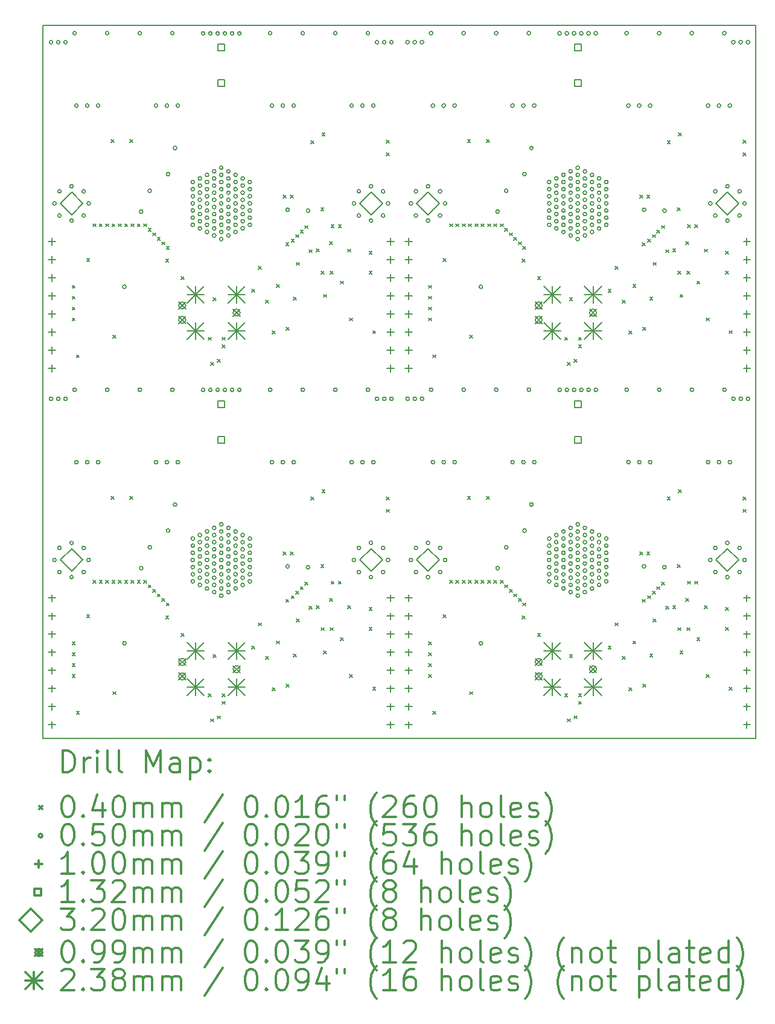
<source format=gbr>
%FSLAX45Y45*%
G04 Gerber Fmt 4.5, Leading zero omitted, Abs format (unit mm)*
G04 Created by KiCad (PCBNEW 5.1.4) date 2019-08-27 21:41:45*
%MOMM*%
%LPD*%
G04 APERTURE LIST*
%ADD10C,0.200000*%
%ADD11C,0.300000*%
G04 APERTURE END LIST*
D10*
X5500000Y-15500000D02*
X5500000Y-5500000D01*
X15500000Y-15500000D02*
X5500000Y-15500000D01*
X15500000Y-5500000D02*
X15500000Y-15500000D01*
X5500000Y-5500000D02*
X15500000Y-5500000D01*
D10*
X5909900Y-9148400D02*
X5949900Y-9188400D01*
X5949900Y-9148400D02*
X5909900Y-9188400D01*
X5909900Y-9300800D02*
X5949900Y-9340800D01*
X5949900Y-9300800D02*
X5909900Y-9340800D01*
X5909900Y-9453200D02*
X5949900Y-9493200D01*
X5949900Y-9453200D02*
X5909900Y-9493200D01*
X5909900Y-9605600D02*
X5949900Y-9645600D01*
X5949900Y-9605600D02*
X5909900Y-9645600D01*
X5909900Y-14148400D02*
X5949900Y-14188400D01*
X5949900Y-14148400D02*
X5909900Y-14188400D01*
X5909900Y-14300800D02*
X5949900Y-14340800D01*
X5949900Y-14300800D02*
X5909900Y-14340800D01*
X5909900Y-14453200D02*
X5949900Y-14493200D01*
X5949900Y-14453200D02*
X5909900Y-14493200D01*
X5909900Y-14605600D02*
X5949900Y-14645600D01*
X5949900Y-14605600D02*
X5909900Y-14645600D01*
X5968320Y-10123760D02*
X6008320Y-10163760D01*
X6008320Y-10123760D02*
X5968320Y-10163760D01*
X5968320Y-15123760D02*
X6008320Y-15163760D01*
X6008320Y-15123760D02*
X5968320Y-15163760D01*
X6111800Y-8769920D02*
X6151800Y-8809920D01*
X6151800Y-8769920D02*
X6111800Y-8809920D01*
X6111800Y-13769920D02*
X6151800Y-13809920D01*
X6151800Y-13769920D02*
X6111800Y-13809920D01*
X6202000Y-8284800D02*
X6242000Y-8324800D01*
X6242000Y-8284800D02*
X6202000Y-8324800D01*
X6202000Y-13284800D02*
X6242000Y-13324800D01*
X6242000Y-13284800D02*
X6202000Y-13324800D01*
X6290900Y-8284800D02*
X6330900Y-8324800D01*
X6330900Y-8284800D02*
X6290900Y-8324800D01*
X6290900Y-13284800D02*
X6330900Y-13324800D01*
X6330900Y-13284800D02*
X6290900Y-13324800D01*
X6379800Y-8284800D02*
X6419800Y-8324800D01*
X6419800Y-8284800D02*
X6379800Y-8324800D01*
X6379800Y-13284800D02*
X6419800Y-13324800D01*
X6419800Y-13284800D02*
X6379800Y-13324800D01*
X6454700Y-7106220D02*
X6494700Y-7146220D01*
X6494700Y-7106220D02*
X6454700Y-7146220D01*
X6454700Y-12106220D02*
X6494700Y-12146220D01*
X6494700Y-12106220D02*
X6454700Y-12146220D01*
X6468700Y-8284800D02*
X6508700Y-8324800D01*
X6508700Y-8284800D02*
X6468700Y-8324800D01*
X6468700Y-13284800D02*
X6508700Y-13324800D01*
X6508700Y-13284800D02*
X6468700Y-13324800D01*
X6482640Y-9846880D02*
X6522640Y-9886880D01*
X6522640Y-9846880D02*
X6482640Y-9886880D01*
X6482640Y-14846880D02*
X6522640Y-14886880D01*
X6522640Y-14846880D02*
X6482640Y-14886880D01*
X6557600Y-8284800D02*
X6597600Y-8324800D01*
X6597600Y-8284800D02*
X6557600Y-8324800D01*
X6557600Y-13284800D02*
X6597600Y-13324800D01*
X6597600Y-13284800D02*
X6557600Y-13324800D01*
X6646500Y-8284800D02*
X6686500Y-8324800D01*
X6686500Y-8284800D02*
X6646500Y-8324800D01*
X6646500Y-13284800D02*
X6686500Y-13324800D01*
X6686500Y-13284800D02*
X6646500Y-13324800D01*
X6718860Y-7106220D02*
X6758860Y-7146220D01*
X6758860Y-7106220D02*
X6718860Y-7146220D01*
X6718860Y-12106220D02*
X6758860Y-12146220D01*
X6758860Y-12106220D02*
X6718860Y-12146220D01*
X6735400Y-8284800D02*
X6775400Y-8324800D01*
X6775400Y-8284800D02*
X6735400Y-8324800D01*
X6735400Y-13284800D02*
X6775400Y-13324800D01*
X6775400Y-13284800D02*
X6735400Y-13324800D01*
X6824300Y-8284800D02*
X6864300Y-8324800D01*
X6864300Y-8284800D02*
X6824300Y-8324800D01*
X6824300Y-13284800D02*
X6864300Y-13324800D01*
X6864300Y-13284800D02*
X6824300Y-13324800D01*
X6913200Y-8284800D02*
X6953200Y-8324800D01*
X6953200Y-8284800D02*
X6913200Y-8324800D01*
X6913200Y-13284800D02*
X6953200Y-13324800D01*
X6953200Y-13284800D02*
X6913200Y-13324800D01*
X6976700Y-8348300D02*
X7016700Y-8388300D01*
X7016700Y-8348300D02*
X6976700Y-8388300D01*
X6976700Y-13348300D02*
X7016700Y-13388300D01*
X7016700Y-13348300D02*
X6976700Y-13388300D01*
X7040200Y-8411800D02*
X7080200Y-8451800D01*
X7080200Y-8411800D02*
X7040200Y-8451800D01*
X7040200Y-13411800D02*
X7080200Y-13451800D01*
X7080200Y-13411800D02*
X7040200Y-13451800D01*
X7103700Y-8475300D02*
X7143700Y-8515300D01*
X7143700Y-8475300D02*
X7103700Y-8515300D01*
X7103700Y-13475300D02*
X7143700Y-13515300D01*
X7143700Y-13475300D02*
X7103700Y-13515300D01*
X7167200Y-8538800D02*
X7207200Y-8578800D01*
X7207200Y-8538800D02*
X7167200Y-8578800D01*
X7167200Y-13538800D02*
X7207200Y-13578800D01*
X7207200Y-13538800D02*
X7167200Y-13578800D01*
X7221780Y-8782620D02*
X7261780Y-8822620D01*
X7261780Y-8782620D02*
X7221780Y-8822620D01*
X7221780Y-13782620D02*
X7261780Y-13822620D01*
X7261780Y-13782620D02*
X7221780Y-13822620D01*
X7230700Y-8602300D02*
X7270700Y-8642300D01*
X7270700Y-8602300D02*
X7230700Y-8642300D01*
X7230700Y-13602300D02*
X7270700Y-13642300D01*
X7270700Y-13602300D02*
X7230700Y-13642300D01*
X7436482Y-9028224D02*
X7476482Y-9068224D01*
X7476482Y-9028224D02*
X7436482Y-9068224D01*
X7436482Y-14028224D02*
X7476482Y-14068224D01*
X7476482Y-14028224D02*
X7436482Y-14068224D01*
X7817300Y-9877360D02*
X7857300Y-9917360D01*
X7857300Y-9877360D02*
X7817300Y-9917360D01*
X7817300Y-14877360D02*
X7857300Y-14917360D01*
X7857300Y-14877360D02*
X7817300Y-14917360D01*
X7853000Y-10227900D02*
X7893000Y-10267900D01*
X7893000Y-10227900D02*
X7853000Y-10267900D01*
X7853000Y-15227900D02*
X7893000Y-15267900D01*
X7893000Y-15227900D02*
X7853000Y-15267900D01*
X7884720Y-9323640D02*
X7924720Y-9363640D01*
X7924720Y-9323640D02*
X7884720Y-9363640D01*
X7884720Y-14323640D02*
X7924720Y-14363640D01*
X7924720Y-14323640D02*
X7884720Y-14363640D01*
X7946980Y-10184720D02*
X7986980Y-10224720D01*
X7986980Y-10184720D02*
X7946980Y-10224720D01*
X7946980Y-15184720D02*
X7986980Y-15224720D01*
X7986980Y-15184720D02*
X7946980Y-15224720D01*
X8012884Y-9983264D02*
X8052884Y-10023264D01*
X8052884Y-9983264D02*
X8012884Y-10023264D01*
X8012884Y-14983263D02*
X8052884Y-15023263D01*
X8052884Y-14983263D02*
X8012884Y-15023263D01*
X8013100Y-9876895D02*
X8053100Y-9916895D01*
X8053100Y-9876895D02*
X8013100Y-9916895D01*
X8013100Y-14876895D02*
X8053100Y-14916895D01*
X8053100Y-14876895D02*
X8013100Y-14916895D01*
X8427392Y-9207173D02*
X8467392Y-9247173D01*
X8467392Y-9207173D02*
X8427392Y-9247173D01*
X8427392Y-14207173D02*
X8467392Y-14247173D01*
X8467392Y-14207173D02*
X8427392Y-14247173D01*
X8523560Y-8881700D02*
X8563560Y-8921700D01*
X8563560Y-8881700D02*
X8523560Y-8921700D01*
X8523560Y-13881700D02*
X8563560Y-13921700D01*
X8563560Y-13881700D02*
X8523560Y-13921700D01*
X8625160Y-9354140D02*
X8665160Y-9394140D01*
X8665160Y-9354140D02*
X8625160Y-9394140D01*
X8625160Y-14354140D02*
X8665160Y-14394140D01*
X8665160Y-14354140D02*
X8625160Y-14394140D01*
X8716600Y-9789750D02*
X8756600Y-9829750D01*
X8756600Y-9789750D02*
X8716600Y-9829750D01*
X8716600Y-14789750D02*
X8756600Y-14829750D01*
X8756600Y-14789750D02*
X8716600Y-14829750D01*
X8773766Y-9135585D02*
X8813766Y-9175585D01*
X8813766Y-9135585D02*
X8773766Y-9175585D01*
X8773766Y-14135585D02*
X8813766Y-14175585D01*
X8813766Y-14135585D02*
X8773766Y-14175585D01*
X8869299Y-7885999D02*
X8909299Y-7925999D01*
X8909299Y-7885999D02*
X8869299Y-7925999D01*
X8869299Y-12885999D02*
X8909299Y-12925999D01*
X8909299Y-12885999D02*
X8869299Y-12925999D01*
X8907100Y-8551500D02*
X8947100Y-8591500D01*
X8947100Y-8551500D02*
X8907100Y-8591500D01*
X8907100Y-13551500D02*
X8947100Y-13591500D01*
X8947100Y-13551500D02*
X8907100Y-13591500D01*
X8913450Y-9738950D02*
X8953450Y-9778950D01*
X8953450Y-9738950D02*
X8913450Y-9778950D01*
X8913450Y-14738950D02*
X8953450Y-14778950D01*
X8953450Y-14738950D02*
X8913450Y-14778950D01*
X8969300Y-7886000D02*
X9009300Y-7926000D01*
X9009300Y-7886000D02*
X8969300Y-7926000D01*
X8969300Y-12886000D02*
X9009300Y-12926000D01*
X9009300Y-12886000D02*
X8969300Y-12926000D01*
X8983300Y-8500700D02*
X9023300Y-8540700D01*
X9023300Y-8500700D02*
X8983300Y-8540700D01*
X8983300Y-13500700D02*
X9023300Y-13540700D01*
X9023300Y-13500700D02*
X8983300Y-13540700D01*
X9012392Y-9315197D02*
X9052392Y-9355197D01*
X9052392Y-9315197D02*
X9012392Y-9355197D01*
X9012392Y-14315197D02*
X9052392Y-14355197D01*
X9052392Y-14315197D02*
X9012392Y-14355197D01*
X9046800Y-8437200D02*
X9086800Y-8477200D01*
X9086800Y-8437200D02*
X9046800Y-8477200D01*
X9046800Y-13437200D02*
X9086800Y-13477200D01*
X9086800Y-13437200D02*
X9046800Y-13477200D01*
X9056427Y-8827708D02*
X9096427Y-8867708D01*
X9096427Y-8827708D02*
X9056427Y-8867708D01*
X9056427Y-13827708D02*
X9096427Y-13867708D01*
X9096427Y-13827708D02*
X9056427Y-13867708D01*
X9110300Y-8373700D02*
X9150300Y-8413700D01*
X9150300Y-8373700D02*
X9110300Y-8413700D01*
X9110300Y-13373700D02*
X9150300Y-13413700D01*
X9150300Y-13373700D02*
X9110300Y-13413700D01*
X9173800Y-8310200D02*
X9213800Y-8350200D01*
X9213800Y-8310200D02*
X9173800Y-8350200D01*
X9173800Y-13310200D02*
X9213800Y-13350200D01*
X9213800Y-13310200D02*
X9173800Y-13350200D01*
X9233492Y-8650644D02*
X9273492Y-8690644D01*
X9273492Y-8650644D02*
X9233492Y-8690644D01*
X9233492Y-13650644D02*
X9273492Y-13690644D01*
X9273492Y-13650644D02*
X9233492Y-13690644D01*
X9257016Y-7119599D02*
X9297016Y-7159599D01*
X9297016Y-7119599D02*
X9257016Y-7159599D01*
X9257016Y-12119599D02*
X9297016Y-12159599D01*
X9297016Y-12119599D02*
X9257016Y-12159599D01*
X9332670Y-8637840D02*
X9372670Y-8677840D01*
X9372670Y-8637840D02*
X9332670Y-8677840D01*
X9332670Y-13637840D02*
X9372670Y-13677840D01*
X9372670Y-13637840D02*
X9332670Y-13677840D01*
X9396644Y-8063800D02*
X9436644Y-8103800D01*
X9436644Y-8063800D02*
X9396644Y-8103800D01*
X9396644Y-13063800D02*
X9436644Y-13103800D01*
X9436644Y-13063800D02*
X9396644Y-13103800D01*
X9402400Y-8948899D02*
X9442400Y-8988899D01*
X9442400Y-8948899D02*
X9402400Y-8988899D01*
X9402400Y-13948899D02*
X9442400Y-13988899D01*
X9442400Y-13948899D02*
X9402400Y-13988899D01*
X9413800Y-7012240D02*
X9453800Y-7052240D01*
X9453800Y-7012240D02*
X9413800Y-7052240D01*
X9413800Y-12012240D02*
X9453800Y-12052240D01*
X9453800Y-12012240D02*
X9413800Y-12052240D01*
X9434149Y-9275401D02*
X9474149Y-9315401D01*
X9474149Y-9275401D02*
X9434149Y-9315401D01*
X9434149Y-14275401D02*
X9474149Y-14315401D01*
X9474149Y-14275401D02*
X9434149Y-14315401D01*
X9517940Y-8536240D02*
X9557940Y-8576240D01*
X9557940Y-8536240D02*
X9517940Y-8576240D01*
X9517940Y-13536240D02*
X9557940Y-13576240D01*
X9557940Y-13536240D02*
X9517940Y-13576240D01*
X9529400Y-8948899D02*
X9569400Y-8988899D01*
X9569400Y-8948899D02*
X9529400Y-8988899D01*
X9529400Y-13948899D02*
X9569400Y-13988899D01*
X9569400Y-13948899D02*
X9529400Y-13988899D01*
X9542100Y-8297500D02*
X9582100Y-8337500D01*
X9582100Y-8297500D02*
X9542100Y-8337500D01*
X9542100Y-13297500D02*
X9582100Y-13337500D01*
X9582100Y-13297500D02*
X9542100Y-13337500D01*
X9643700Y-8297500D02*
X9683700Y-8337500D01*
X9683700Y-8297500D02*
X9643700Y-8337500D01*
X9643700Y-13297500D02*
X9683700Y-13337500D01*
X9683700Y-13297500D02*
X9643700Y-13337500D01*
X9671640Y-9089980D02*
X9711640Y-9129980D01*
X9711640Y-9089980D02*
X9671640Y-9129980D01*
X9671640Y-14089980D02*
X9711640Y-14129980D01*
X9711640Y-14089980D02*
X9671640Y-14129980D01*
X9777020Y-8640380D02*
X9817020Y-8680380D01*
X9817020Y-8640380D02*
X9777020Y-8680380D01*
X9777020Y-13640380D02*
X9817020Y-13680380D01*
X9817020Y-13640380D02*
X9777020Y-13680380D01*
X9802450Y-9605600D02*
X9842450Y-9645600D01*
X9842450Y-9605600D02*
X9802450Y-9645600D01*
X9802450Y-14605600D02*
X9842450Y-14645600D01*
X9842450Y-14605600D02*
X9802450Y-14645600D01*
X10074199Y-8668320D02*
X10114199Y-8708320D01*
X10114199Y-8668320D02*
X10074199Y-8708320D01*
X10074199Y-13668320D02*
X10114199Y-13708320D01*
X10114199Y-13668320D02*
X10074199Y-13708320D01*
X10074200Y-8948325D02*
X10114200Y-8988325D01*
X10114200Y-8948325D02*
X10074200Y-8988325D01*
X10074200Y-13948324D02*
X10114200Y-13988324D01*
X10114200Y-13948324D02*
X10074200Y-13988324D01*
X10126300Y-9783400D02*
X10166300Y-9823400D01*
X10166300Y-9783400D02*
X10126300Y-9823400D01*
X10126300Y-14783400D02*
X10166300Y-14823400D01*
X10166300Y-14783400D02*
X10126300Y-14823400D01*
X10316800Y-7289120D02*
X10356800Y-7329120D01*
X10356800Y-7289120D02*
X10316800Y-7329120D01*
X10316800Y-12289120D02*
X10356800Y-12329120D01*
X10356800Y-12289120D02*
X10316800Y-12329120D01*
X10318040Y-7113840D02*
X10358040Y-7153840D01*
X10358040Y-7113840D02*
X10318040Y-7153840D01*
X10318040Y-12113840D02*
X10358040Y-12153840D01*
X10358040Y-12113840D02*
X10318040Y-12153840D01*
X10909900Y-9148400D02*
X10949900Y-9188400D01*
X10949900Y-9148400D02*
X10909900Y-9188400D01*
X10909900Y-9300800D02*
X10949900Y-9340800D01*
X10949900Y-9300800D02*
X10909900Y-9340800D01*
X10909900Y-9453200D02*
X10949900Y-9493200D01*
X10949900Y-9453200D02*
X10909900Y-9493200D01*
X10909900Y-9605600D02*
X10949900Y-9645600D01*
X10949900Y-9605600D02*
X10909900Y-9645600D01*
X10909900Y-14148400D02*
X10949900Y-14188400D01*
X10949900Y-14148400D02*
X10909900Y-14188400D01*
X10909900Y-14300800D02*
X10949900Y-14340800D01*
X10949900Y-14300800D02*
X10909900Y-14340800D01*
X10909900Y-14453200D02*
X10949900Y-14493200D01*
X10949900Y-14453200D02*
X10909900Y-14493200D01*
X10909900Y-14605600D02*
X10949900Y-14645600D01*
X10949900Y-14605600D02*
X10909900Y-14645600D01*
X10968320Y-10123760D02*
X11008320Y-10163760D01*
X11008320Y-10123760D02*
X10968320Y-10163760D01*
X10968320Y-15123760D02*
X11008320Y-15163760D01*
X11008320Y-15123760D02*
X10968320Y-15163760D01*
X11111800Y-8769920D02*
X11151800Y-8809920D01*
X11151800Y-8769920D02*
X11111800Y-8809920D01*
X11111800Y-13769920D02*
X11151800Y-13809920D01*
X11151800Y-13769920D02*
X11111800Y-13809920D01*
X11202000Y-8284800D02*
X11242000Y-8324800D01*
X11242000Y-8284800D02*
X11202000Y-8324800D01*
X11202000Y-13284800D02*
X11242000Y-13324800D01*
X11242000Y-13284800D02*
X11202000Y-13324800D01*
X11290900Y-8284800D02*
X11330900Y-8324800D01*
X11330900Y-8284800D02*
X11290900Y-8324800D01*
X11290900Y-13284800D02*
X11330900Y-13324800D01*
X11330900Y-13284800D02*
X11290900Y-13324800D01*
X11379800Y-8284800D02*
X11419800Y-8324800D01*
X11419800Y-8284800D02*
X11379800Y-8324800D01*
X11379800Y-13284800D02*
X11419800Y-13324800D01*
X11419800Y-13284800D02*
X11379800Y-13324800D01*
X11454700Y-7106220D02*
X11494700Y-7146220D01*
X11494700Y-7106220D02*
X11454700Y-7146220D01*
X11454700Y-12106220D02*
X11494700Y-12146220D01*
X11494700Y-12106220D02*
X11454700Y-12146220D01*
X11468700Y-8284800D02*
X11508700Y-8324800D01*
X11508700Y-8284800D02*
X11468700Y-8324800D01*
X11468700Y-13284800D02*
X11508700Y-13324800D01*
X11508700Y-13284800D02*
X11468700Y-13324800D01*
X11482640Y-9846880D02*
X11522640Y-9886880D01*
X11522640Y-9846880D02*
X11482640Y-9886880D01*
X11482640Y-14846880D02*
X11522640Y-14886880D01*
X11522640Y-14846880D02*
X11482640Y-14886880D01*
X11557600Y-8284800D02*
X11597600Y-8324800D01*
X11597600Y-8284800D02*
X11557600Y-8324800D01*
X11557600Y-13284800D02*
X11597600Y-13324800D01*
X11597600Y-13284800D02*
X11557600Y-13324800D01*
X11646500Y-8284800D02*
X11686500Y-8324800D01*
X11686500Y-8284800D02*
X11646500Y-8324800D01*
X11646500Y-13284800D02*
X11686500Y-13324800D01*
X11686500Y-13284800D02*
X11646500Y-13324800D01*
X11718860Y-7106220D02*
X11758860Y-7146220D01*
X11758860Y-7106220D02*
X11718860Y-7146220D01*
X11718860Y-12106220D02*
X11758860Y-12146220D01*
X11758860Y-12106220D02*
X11718860Y-12146220D01*
X11735400Y-8284800D02*
X11775400Y-8324800D01*
X11775400Y-8284800D02*
X11735400Y-8324800D01*
X11735400Y-13284800D02*
X11775400Y-13324800D01*
X11775400Y-13284800D02*
X11735400Y-13324800D01*
X11824300Y-8284800D02*
X11864300Y-8324800D01*
X11864300Y-8284800D02*
X11824300Y-8324800D01*
X11824300Y-13284800D02*
X11864300Y-13324800D01*
X11864300Y-13284800D02*
X11824300Y-13324800D01*
X11913200Y-8284800D02*
X11953200Y-8324800D01*
X11953200Y-8284800D02*
X11913200Y-8324800D01*
X11913200Y-13284800D02*
X11953200Y-13324800D01*
X11953200Y-13284800D02*
X11913200Y-13324800D01*
X11976700Y-8348300D02*
X12016700Y-8388300D01*
X12016700Y-8348300D02*
X11976700Y-8388300D01*
X11976700Y-13348300D02*
X12016700Y-13388300D01*
X12016700Y-13348300D02*
X11976700Y-13388300D01*
X12040200Y-8411800D02*
X12080200Y-8451800D01*
X12080200Y-8411800D02*
X12040200Y-8451800D01*
X12040200Y-13411800D02*
X12080200Y-13451800D01*
X12080200Y-13411800D02*
X12040200Y-13451800D01*
X12103700Y-8475300D02*
X12143700Y-8515300D01*
X12143700Y-8475300D02*
X12103700Y-8515300D01*
X12103700Y-13475300D02*
X12143700Y-13515300D01*
X12143700Y-13475300D02*
X12103700Y-13515300D01*
X12167200Y-8538800D02*
X12207200Y-8578800D01*
X12207200Y-8538800D02*
X12167200Y-8578800D01*
X12167200Y-13538800D02*
X12207200Y-13578800D01*
X12207200Y-13538800D02*
X12167200Y-13578800D01*
X12221780Y-8782620D02*
X12261780Y-8822620D01*
X12261780Y-8782620D02*
X12221780Y-8822620D01*
X12221780Y-13782620D02*
X12261780Y-13822620D01*
X12261780Y-13782620D02*
X12221780Y-13822620D01*
X12230700Y-8602300D02*
X12270700Y-8642300D01*
X12270700Y-8602300D02*
X12230700Y-8642300D01*
X12230700Y-13602300D02*
X12270700Y-13642300D01*
X12270700Y-13602300D02*
X12230700Y-13642300D01*
X12436482Y-9028224D02*
X12476482Y-9068224D01*
X12476482Y-9028224D02*
X12436482Y-9068224D01*
X12436482Y-14028224D02*
X12476482Y-14068224D01*
X12476482Y-14028224D02*
X12436482Y-14068224D01*
X12817300Y-9877360D02*
X12857300Y-9917360D01*
X12857300Y-9877360D02*
X12817300Y-9917360D01*
X12817300Y-14877360D02*
X12857300Y-14917360D01*
X12857300Y-14877360D02*
X12817300Y-14917360D01*
X12853000Y-10227900D02*
X12893000Y-10267900D01*
X12893000Y-10227900D02*
X12853000Y-10267900D01*
X12853000Y-15227900D02*
X12893000Y-15267900D01*
X12893000Y-15227900D02*
X12853000Y-15267900D01*
X12884720Y-9323640D02*
X12924720Y-9363640D01*
X12924720Y-9323640D02*
X12884720Y-9363640D01*
X12884720Y-14323640D02*
X12924720Y-14363640D01*
X12924720Y-14323640D02*
X12884720Y-14363640D01*
X12946980Y-10184720D02*
X12986980Y-10224720D01*
X12986980Y-10184720D02*
X12946980Y-10224720D01*
X12946980Y-15184720D02*
X12986980Y-15224720D01*
X12986980Y-15184720D02*
X12946980Y-15224720D01*
X13012884Y-9983264D02*
X13052884Y-10023264D01*
X13052884Y-9983264D02*
X13012884Y-10023264D01*
X13012884Y-14983263D02*
X13052884Y-15023263D01*
X13052884Y-14983263D02*
X13012884Y-15023263D01*
X13013100Y-9876895D02*
X13053100Y-9916895D01*
X13053100Y-9876895D02*
X13013100Y-9916895D01*
X13013100Y-14876895D02*
X13053100Y-14916895D01*
X13053100Y-14876895D02*
X13013100Y-14916895D01*
X13427392Y-9207173D02*
X13467392Y-9247173D01*
X13467392Y-9207173D02*
X13427392Y-9247173D01*
X13427392Y-14207173D02*
X13467392Y-14247173D01*
X13467392Y-14207173D02*
X13427392Y-14247173D01*
X13523560Y-8881700D02*
X13563560Y-8921700D01*
X13563560Y-8881700D02*
X13523560Y-8921700D01*
X13523560Y-13881700D02*
X13563560Y-13921700D01*
X13563560Y-13881700D02*
X13523560Y-13921700D01*
X13625160Y-9354140D02*
X13665160Y-9394140D01*
X13665160Y-9354140D02*
X13625160Y-9394140D01*
X13625160Y-14354140D02*
X13665160Y-14394140D01*
X13665160Y-14354140D02*
X13625160Y-14394140D01*
X13716600Y-9789750D02*
X13756600Y-9829750D01*
X13756600Y-9789750D02*
X13716600Y-9829750D01*
X13716600Y-14789750D02*
X13756600Y-14829750D01*
X13756600Y-14789750D02*
X13716600Y-14829750D01*
X13773766Y-9135585D02*
X13813766Y-9175585D01*
X13813766Y-9135585D02*
X13773766Y-9175585D01*
X13773766Y-14135585D02*
X13813766Y-14175585D01*
X13813766Y-14135585D02*
X13773766Y-14175585D01*
X13869299Y-7885999D02*
X13909299Y-7925999D01*
X13909299Y-7885999D02*
X13869299Y-7925999D01*
X13869299Y-12885999D02*
X13909299Y-12925999D01*
X13909299Y-12885999D02*
X13869299Y-12925999D01*
X13907100Y-8551500D02*
X13947100Y-8591500D01*
X13947100Y-8551500D02*
X13907100Y-8591500D01*
X13907100Y-13551500D02*
X13947100Y-13591500D01*
X13947100Y-13551500D02*
X13907100Y-13591500D01*
X13913450Y-9738950D02*
X13953450Y-9778950D01*
X13953450Y-9738950D02*
X13913450Y-9778950D01*
X13913450Y-14738950D02*
X13953450Y-14778950D01*
X13953450Y-14738950D02*
X13913450Y-14778950D01*
X13969300Y-7886000D02*
X14009300Y-7926000D01*
X14009300Y-7886000D02*
X13969300Y-7926000D01*
X13969300Y-12886000D02*
X14009300Y-12926000D01*
X14009300Y-12886000D02*
X13969300Y-12926000D01*
X13983300Y-8500700D02*
X14023300Y-8540700D01*
X14023300Y-8500700D02*
X13983300Y-8540700D01*
X13983300Y-13500700D02*
X14023300Y-13540700D01*
X14023300Y-13500700D02*
X13983300Y-13540700D01*
X14012391Y-9315197D02*
X14052391Y-9355197D01*
X14052391Y-9315197D02*
X14012391Y-9355197D01*
X14012391Y-14315197D02*
X14052391Y-14355197D01*
X14052391Y-14315197D02*
X14012391Y-14355197D01*
X14046800Y-8437200D02*
X14086800Y-8477200D01*
X14086800Y-8437200D02*
X14046800Y-8477200D01*
X14046800Y-13437200D02*
X14086800Y-13477200D01*
X14086800Y-13437200D02*
X14046800Y-13477200D01*
X14056427Y-8827708D02*
X14096427Y-8867708D01*
X14096427Y-8827708D02*
X14056427Y-8867708D01*
X14056427Y-13827708D02*
X14096427Y-13867708D01*
X14096427Y-13827708D02*
X14056427Y-13867708D01*
X14110300Y-8373700D02*
X14150300Y-8413700D01*
X14150300Y-8373700D02*
X14110300Y-8413700D01*
X14110300Y-13373700D02*
X14150300Y-13413700D01*
X14150300Y-13373700D02*
X14110300Y-13413700D01*
X14173800Y-8310200D02*
X14213800Y-8350200D01*
X14213800Y-8310200D02*
X14173800Y-8350200D01*
X14173800Y-13310200D02*
X14213800Y-13350200D01*
X14213800Y-13310200D02*
X14173800Y-13350200D01*
X14233491Y-8650644D02*
X14273491Y-8690644D01*
X14273491Y-8650644D02*
X14233491Y-8690644D01*
X14233491Y-13650644D02*
X14273491Y-13690644D01*
X14273491Y-13650644D02*
X14233491Y-13690644D01*
X14257016Y-7119599D02*
X14297016Y-7159599D01*
X14297016Y-7119599D02*
X14257016Y-7159599D01*
X14257016Y-12119599D02*
X14297016Y-12159599D01*
X14297016Y-12119599D02*
X14257016Y-12159599D01*
X14332670Y-8637840D02*
X14372670Y-8677840D01*
X14372670Y-8637840D02*
X14332670Y-8677840D01*
X14332670Y-13637840D02*
X14372670Y-13677840D01*
X14372670Y-13637840D02*
X14332670Y-13677840D01*
X14396644Y-8063800D02*
X14436644Y-8103800D01*
X14436644Y-8063800D02*
X14396644Y-8103800D01*
X14396644Y-13063800D02*
X14436644Y-13103800D01*
X14436644Y-13063800D02*
X14396644Y-13103800D01*
X14402400Y-8948899D02*
X14442400Y-8988899D01*
X14442400Y-8948899D02*
X14402400Y-8988899D01*
X14402400Y-13948899D02*
X14442400Y-13988899D01*
X14442400Y-13948899D02*
X14402400Y-13988899D01*
X14413800Y-7012240D02*
X14453800Y-7052240D01*
X14453800Y-7012240D02*
X14413800Y-7052240D01*
X14413800Y-12012240D02*
X14453800Y-12052240D01*
X14453800Y-12012240D02*
X14413800Y-12052240D01*
X14434149Y-9275401D02*
X14474149Y-9315401D01*
X14474149Y-9275401D02*
X14434149Y-9315401D01*
X14434149Y-14275401D02*
X14474149Y-14315401D01*
X14474149Y-14275401D02*
X14434149Y-14315401D01*
X14517940Y-8536240D02*
X14557940Y-8576240D01*
X14557940Y-8536240D02*
X14517940Y-8576240D01*
X14517940Y-13536240D02*
X14557940Y-13576240D01*
X14557940Y-13536240D02*
X14517940Y-13576240D01*
X14529400Y-8948899D02*
X14569400Y-8988899D01*
X14569400Y-8948899D02*
X14529400Y-8988899D01*
X14529400Y-13948899D02*
X14569400Y-13988899D01*
X14569400Y-13948899D02*
X14529400Y-13988899D01*
X14542100Y-8297500D02*
X14582100Y-8337500D01*
X14582100Y-8297500D02*
X14542100Y-8337500D01*
X14542100Y-13297500D02*
X14582100Y-13337500D01*
X14582100Y-13297500D02*
X14542100Y-13337500D01*
X14643700Y-8297500D02*
X14683700Y-8337500D01*
X14683700Y-8297500D02*
X14643700Y-8337500D01*
X14643700Y-13297500D02*
X14683700Y-13337500D01*
X14683700Y-13297500D02*
X14643700Y-13337500D01*
X14671640Y-9089980D02*
X14711640Y-9129980D01*
X14711640Y-9089980D02*
X14671640Y-9129980D01*
X14671640Y-14089980D02*
X14711640Y-14129980D01*
X14711640Y-14089980D02*
X14671640Y-14129980D01*
X14777020Y-8640380D02*
X14817020Y-8680380D01*
X14817020Y-8640380D02*
X14777020Y-8680380D01*
X14777020Y-13640380D02*
X14817020Y-13680380D01*
X14817020Y-13640380D02*
X14777020Y-13680380D01*
X14802450Y-9605600D02*
X14842450Y-9645600D01*
X14842450Y-9605600D02*
X14802450Y-9645600D01*
X14802450Y-14605600D02*
X14842450Y-14645600D01*
X14842450Y-14605600D02*
X14802450Y-14645600D01*
X15074199Y-8668320D02*
X15114199Y-8708320D01*
X15114199Y-8668320D02*
X15074199Y-8708320D01*
X15074199Y-13668320D02*
X15114199Y-13708320D01*
X15114199Y-13668320D02*
X15074199Y-13708320D01*
X15074200Y-8948325D02*
X15114200Y-8988325D01*
X15114200Y-8948325D02*
X15074200Y-8988325D01*
X15074200Y-13948324D02*
X15114200Y-13988324D01*
X15114200Y-13948324D02*
X15074200Y-13988324D01*
X15126300Y-9783400D02*
X15166300Y-9823400D01*
X15166300Y-9783400D02*
X15126300Y-9823400D01*
X15126300Y-14783400D02*
X15166300Y-14823400D01*
X15166300Y-14783400D02*
X15126300Y-14823400D01*
X15316800Y-7289120D02*
X15356800Y-7329120D01*
X15356800Y-7289120D02*
X15316800Y-7329120D01*
X15316800Y-12289120D02*
X15356800Y-12329120D01*
X15356800Y-12289120D02*
X15316800Y-12329120D01*
X15318040Y-7113840D02*
X15358040Y-7153840D01*
X15358040Y-7113840D02*
X15318040Y-7153840D01*
X15318040Y-12113840D02*
X15358040Y-12153840D01*
X15358040Y-12113840D02*
X15318040Y-12153840D01*
X5637400Y-5739400D02*
G75*
G03X5637400Y-5739400I-25000J0D01*
G01*
X5637400Y-10739400D02*
G75*
G03X5637400Y-10739400I-25000J0D01*
G01*
X5739000Y-5739400D02*
G75*
G03X5739000Y-5739400I-25000J0D01*
G01*
X5739000Y-10739400D02*
G75*
G03X5739000Y-10739400I-25000J0D01*
G01*
X5840600Y-5739400D02*
G75*
G03X5840600Y-5739400I-25000J0D01*
G01*
X5840600Y-10739400D02*
G75*
G03X5840600Y-10739400I-25000J0D01*
G01*
X5967600Y-5612400D02*
G75*
G03X5967600Y-5612400I-25000J0D01*
G01*
X5967600Y-10612400D02*
G75*
G03X5967600Y-10612400I-25000J0D01*
G01*
X5993000Y-6628400D02*
G75*
G03X5993000Y-6628400I-25000J0D01*
G01*
X5993000Y-11628400D02*
G75*
G03X5993000Y-11628400I-25000J0D01*
G01*
X6145400Y-6628400D02*
G75*
G03X6145400Y-6628400I-25000J0D01*
G01*
X6145400Y-11628400D02*
G75*
G03X6145400Y-11628400I-25000J0D01*
G01*
X6297800Y-6628400D02*
G75*
G03X6297800Y-6628400I-25000J0D01*
G01*
X6297800Y-11628400D02*
G75*
G03X6297800Y-11628400I-25000J0D01*
G01*
X6424800Y-5612400D02*
G75*
G03X6424800Y-5612400I-25000J0D01*
G01*
X6424800Y-10612400D02*
G75*
G03X6424800Y-10612400I-25000J0D01*
G01*
X6666100Y-9168400D02*
G75*
G03X6666100Y-9168400I-25000J0D01*
G01*
X6666100Y-14168400D02*
G75*
G03X6666100Y-14168400I-25000J0D01*
G01*
X6882000Y-5612400D02*
G75*
G03X6882000Y-5612400I-25000J0D01*
G01*
X6882000Y-10612400D02*
G75*
G03X6882000Y-10612400I-25000J0D01*
G01*
X6901020Y-8114280D02*
G75*
G03X6901020Y-8114280I-25000J0D01*
G01*
X6901020Y-13114280D02*
G75*
G03X6901020Y-13114280I-25000J0D01*
G01*
X7021700Y-7822200D02*
G75*
G03X7021700Y-7822200I-25000J0D01*
G01*
X7021700Y-12822200D02*
G75*
G03X7021700Y-12822200I-25000J0D01*
G01*
X7110600Y-6628400D02*
G75*
G03X7110600Y-6628400I-25000J0D01*
G01*
X7110600Y-11628400D02*
G75*
G03X7110600Y-11628400I-25000J0D01*
G01*
X7263000Y-6628400D02*
G75*
G03X7263000Y-6628400I-25000J0D01*
G01*
X7263000Y-11628400D02*
G75*
G03X7263000Y-11628400I-25000J0D01*
G01*
X7278240Y-7588520D02*
G75*
G03X7278240Y-7588520I-25000J0D01*
G01*
X7278240Y-12588520D02*
G75*
G03X7278240Y-12588520I-25000J0D01*
G01*
X7339200Y-5612400D02*
G75*
G03X7339200Y-5612400I-25000J0D01*
G01*
X7339200Y-10612400D02*
G75*
G03X7339200Y-10612400I-25000J0D01*
G01*
X7376000Y-7222740D02*
G75*
G03X7376000Y-7222740I-25000J0D01*
G01*
X7376000Y-12222740D02*
G75*
G03X7376000Y-12222740I-25000J0D01*
G01*
X7415400Y-6628400D02*
G75*
G03X7415400Y-6628400I-25000J0D01*
G01*
X7415400Y-11628400D02*
G75*
G03X7415400Y-11628400I-25000J0D01*
G01*
X7771000Y-5614800D02*
G75*
G03X7771000Y-5614800I-25000J0D01*
G01*
X7771000Y-10614800D02*
G75*
G03X7771000Y-10614800I-25000J0D01*
G01*
X7872600Y-5614800D02*
G75*
G03X7872600Y-5614800I-25000J0D01*
G01*
X7872600Y-10614800D02*
G75*
G03X7872600Y-10614800I-25000J0D01*
G01*
X7974200Y-5614800D02*
G75*
G03X7974200Y-5614800I-25000J0D01*
G01*
X7974200Y-10614800D02*
G75*
G03X7974200Y-10614800I-25000J0D01*
G01*
X8075800Y-5614800D02*
G75*
G03X8075800Y-5614800I-25000J0D01*
G01*
X8075800Y-10614800D02*
G75*
G03X8075800Y-10614800I-25000J0D01*
G01*
X8177400Y-5614800D02*
G75*
G03X8177400Y-5614800I-25000J0D01*
G01*
X8177400Y-10614800D02*
G75*
G03X8177400Y-10614800I-25000J0D01*
G01*
X8279000Y-5614800D02*
G75*
G03X8279000Y-5614800I-25000J0D01*
G01*
X8279000Y-10614800D02*
G75*
G03X8279000Y-10614800I-25000J0D01*
G01*
X8710800Y-5612400D02*
G75*
G03X8710800Y-5612400I-25000J0D01*
G01*
X8710800Y-10612400D02*
G75*
G03X8710800Y-10612400I-25000J0D01*
G01*
X8736200Y-6628400D02*
G75*
G03X8736200Y-6628400I-25000J0D01*
G01*
X8736200Y-11628400D02*
G75*
G03X8736200Y-11628400I-25000J0D01*
G01*
X8888600Y-6628400D02*
G75*
G03X8888600Y-6628400I-25000J0D01*
G01*
X8888600Y-11628400D02*
G75*
G03X8888600Y-11628400I-25000J0D01*
G01*
X8955880Y-8088880D02*
G75*
G03X8955880Y-8088880I-25000J0D01*
G01*
X8955880Y-13088880D02*
G75*
G03X8955880Y-13088880I-25000J0D01*
G01*
X9041000Y-6628400D02*
G75*
G03X9041000Y-6628400I-25000J0D01*
G01*
X9041000Y-11628400D02*
G75*
G03X9041000Y-11628400I-25000J0D01*
G01*
X9168000Y-5612400D02*
G75*
G03X9168000Y-5612400I-25000J0D01*
G01*
X9168000Y-10612400D02*
G75*
G03X9168000Y-10612400I-25000J0D01*
G01*
X9241642Y-8101307D02*
G75*
G03X9241642Y-8101307I-25000J0D01*
G01*
X9241642Y-13101307D02*
G75*
G03X9241642Y-13101307I-25000J0D01*
G01*
X9625200Y-5612400D02*
G75*
G03X9625200Y-5612400I-25000J0D01*
G01*
X9625200Y-10612400D02*
G75*
G03X9625200Y-10612400I-25000J0D01*
G01*
X9853800Y-6628400D02*
G75*
G03X9853800Y-6628400I-25000J0D01*
G01*
X9853800Y-11628400D02*
G75*
G03X9853800Y-11628400I-25000J0D01*
G01*
X10006200Y-6628400D02*
G75*
G03X10006200Y-6628400I-25000J0D01*
G01*
X10006200Y-11628400D02*
G75*
G03X10006200Y-11628400I-25000J0D01*
G01*
X10082400Y-5612400D02*
G75*
G03X10082400Y-5612400I-25000J0D01*
G01*
X10082400Y-10612400D02*
G75*
G03X10082400Y-10612400I-25000J0D01*
G01*
X10158600Y-6628400D02*
G75*
G03X10158600Y-6628400I-25000J0D01*
G01*
X10158600Y-11628400D02*
G75*
G03X10158600Y-11628400I-25000J0D01*
G01*
X10209400Y-5739400D02*
G75*
G03X10209400Y-5739400I-25000J0D01*
G01*
X10209400Y-10739400D02*
G75*
G03X10209400Y-10739400I-25000J0D01*
G01*
X10311000Y-5739400D02*
G75*
G03X10311000Y-5739400I-25000J0D01*
G01*
X10311000Y-10739400D02*
G75*
G03X10311000Y-10739400I-25000J0D01*
G01*
X10412600Y-5739400D02*
G75*
G03X10412600Y-5739400I-25000J0D01*
G01*
X10412600Y-10739400D02*
G75*
G03X10412600Y-10739400I-25000J0D01*
G01*
X10637400Y-5739400D02*
G75*
G03X10637400Y-5739400I-25000J0D01*
G01*
X10637400Y-10739400D02*
G75*
G03X10637400Y-10739400I-25000J0D01*
G01*
X10739000Y-5739400D02*
G75*
G03X10739000Y-5739400I-25000J0D01*
G01*
X10739000Y-10739400D02*
G75*
G03X10739000Y-10739400I-25000J0D01*
G01*
X10840600Y-5739400D02*
G75*
G03X10840600Y-5739400I-25000J0D01*
G01*
X10840600Y-10739400D02*
G75*
G03X10840600Y-10739400I-25000J0D01*
G01*
X10967600Y-5612400D02*
G75*
G03X10967600Y-5612400I-25000J0D01*
G01*
X10967600Y-10612400D02*
G75*
G03X10967600Y-10612400I-25000J0D01*
G01*
X10993000Y-6628400D02*
G75*
G03X10993000Y-6628400I-25000J0D01*
G01*
X10993000Y-11628400D02*
G75*
G03X10993000Y-11628400I-25000J0D01*
G01*
X11145400Y-6628400D02*
G75*
G03X11145400Y-6628400I-25000J0D01*
G01*
X11145400Y-11628400D02*
G75*
G03X11145400Y-11628400I-25000J0D01*
G01*
X11297800Y-6628400D02*
G75*
G03X11297800Y-6628400I-25000J0D01*
G01*
X11297800Y-11628400D02*
G75*
G03X11297800Y-11628400I-25000J0D01*
G01*
X11424800Y-5612400D02*
G75*
G03X11424800Y-5612400I-25000J0D01*
G01*
X11424800Y-10612400D02*
G75*
G03X11424800Y-10612400I-25000J0D01*
G01*
X11666100Y-9168400D02*
G75*
G03X11666100Y-9168400I-25000J0D01*
G01*
X11666100Y-14168400D02*
G75*
G03X11666100Y-14168400I-25000J0D01*
G01*
X11882000Y-5612400D02*
G75*
G03X11882000Y-5612400I-25000J0D01*
G01*
X11882000Y-10612400D02*
G75*
G03X11882000Y-10612400I-25000J0D01*
G01*
X11901020Y-8114280D02*
G75*
G03X11901020Y-8114280I-25000J0D01*
G01*
X11901020Y-13114280D02*
G75*
G03X11901020Y-13114280I-25000J0D01*
G01*
X12021700Y-7822200D02*
G75*
G03X12021700Y-7822200I-25000J0D01*
G01*
X12021700Y-12822200D02*
G75*
G03X12021700Y-12822200I-25000J0D01*
G01*
X12110600Y-6628400D02*
G75*
G03X12110600Y-6628400I-25000J0D01*
G01*
X12110600Y-11628400D02*
G75*
G03X12110600Y-11628400I-25000J0D01*
G01*
X12263000Y-6628400D02*
G75*
G03X12263000Y-6628400I-25000J0D01*
G01*
X12263000Y-11628400D02*
G75*
G03X12263000Y-11628400I-25000J0D01*
G01*
X12278240Y-7588520D02*
G75*
G03X12278240Y-7588520I-25000J0D01*
G01*
X12278240Y-12588520D02*
G75*
G03X12278240Y-12588520I-25000J0D01*
G01*
X12339200Y-5612400D02*
G75*
G03X12339200Y-5612400I-25000J0D01*
G01*
X12339200Y-10612400D02*
G75*
G03X12339200Y-10612400I-25000J0D01*
G01*
X12376000Y-7222740D02*
G75*
G03X12376000Y-7222740I-25000J0D01*
G01*
X12376000Y-12222740D02*
G75*
G03X12376000Y-12222740I-25000J0D01*
G01*
X12415400Y-6628400D02*
G75*
G03X12415400Y-6628400I-25000J0D01*
G01*
X12415400Y-11628400D02*
G75*
G03X12415400Y-11628400I-25000J0D01*
G01*
X12771000Y-5614800D02*
G75*
G03X12771000Y-5614800I-25000J0D01*
G01*
X12771000Y-10614800D02*
G75*
G03X12771000Y-10614800I-25000J0D01*
G01*
X12872600Y-5614800D02*
G75*
G03X12872600Y-5614800I-25000J0D01*
G01*
X12872600Y-10614800D02*
G75*
G03X12872600Y-10614800I-25000J0D01*
G01*
X12974200Y-5614800D02*
G75*
G03X12974200Y-5614800I-25000J0D01*
G01*
X12974200Y-10614800D02*
G75*
G03X12974200Y-10614800I-25000J0D01*
G01*
X13075800Y-5614800D02*
G75*
G03X13075800Y-5614800I-25000J0D01*
G01*
X13075800Y-10614800D02*
G75*
G03X13075800Y-10614800I-25000J0D01*
G01*
X13177400Y-5614800D02*
G75*
G03X13177400Y-5614800I-25000J0D01*
G01*
X13177400Y-10614800D02*
G75*
G03X13177400Y-10614800I-25000J0D01*
G01*
X13279000Y-5614800D02*
G75*
G03X13279000Y-5614800I-25000J0D01*
G01*
X13279000Y-10614800D02*
G75*
G03X13279000Y-10614800I-25000J0D01*
G01*
X13710800Y-5612400D02*
G75*
G03X13710800Y-5612400I-25000J0D01*
G01*
X13710800Y-10612400D02*
G75*
G03X13710800Y-10612400I-25000J0D01*
G01*
X13736200Y-6628400D02*
G75*
G03X13736200Y-6628400I-25000J0D01*
G01*
X13736200Y-11628400D02*
G75*
G03X13736200Y-11628400I-25000J0D01*
G01*
X13888600Y-6628400D02*
G75*
G03X13888600Y-6628400I-25000J0D01*
G01*
X13888600Y-11628400D02*
G75*
G03X13888600Y-11628400I-25000J0D01*
G01*
X13955880Y-8088880D02*
G75*
G03X13955880Y-8088880I-25000J0D01*
G01*
X13955880Y-13088880D02*
G75*
G03X13955880Y-13088880I-25000J0D01*
G01*
X14041000Y-6628400D02*
G75*
G03X14041000Y-6628400I-25000J0D01*
G01*
X14041000Y-11628400D02*
G75*
G03X14041000Y-11628400I-25000J0D01*
G01*
X14168000Y-5612400D02*
G75*
G03X14168000Y-5612400I-25000J0D01*
G01*
X14168000Y-10612400D02*
G75*
G03X14168000Y-10612400I-25000J0D01*
G01*
X14241642Y-8101307D02*
G75*
G03X14241642Y-8101307I-25000J0D01*
G01*
X14241642Y-13101307D02*
G75*
G03X14241642Y-13101307I-25000J0D01*
G01*
X14625200Y-5612400D02*
G75*
G03X14625200Y-5612400I-25000J0D01*
G01*
X14625200Y-10612400D02*
G75*
G03X14625200Y-10612400I-25000J0D01*
G01*
X14853800Y-6628400D02*
G75*
G03X14853800Y-6628400I-25000J0D01*
G01*
X14853800Y-11628400D02*
G75*
G03X14853800Y-11628400I-25000J0D01*
G01*
X15006200Y-6628400D02*
G75*
G03X15006200Y-6628400I-25000J0D01*
G01*
X15006200Y-11628400D02*
G75*
G03X15006200Y-11628400I-25000J0D01*
G01*
X15082400Y-5612400D02*
G75*
G03X15082400Y-5612400I-25000J0D01*
G01*
X15082400Y-10612400D02*
G75*
G03X15082400Y-10612400I-25000J0D01*
G01*
X15158600Y-6628400D02*
G75*
G03X15158600Y-6628400I-25000J0D01*
G01*
X15158600Y-11628400D02*
G75*
G03X15158600Y-11628400I-25000J0D01*
G01*
X15209400Y-5739400D02*
G75*
G03X15209400Y-5739400I-25000J0D01*
G01*
X15209400Y-10739400D02*
G75*
G03X15209400Y-10739400I-25000J0D01*
G01*
X15311000Y-5739400D02*
G75*
G03X15311000Y-5739400I-25000J0D01*
G01*
X15311000Y-10739400D02*
G75*
G03X15311000Y-10739400I-25000J0D01*
G01*
X15412600Y-5739400D02*
G75*
G03X15412600Y-5739400I-25000J0D01*
G01*
X15412600Y-10739400D02*
G75*
G03X15412600Y-10739400I-25000J0D01*
G01*
X14885000Y-8000000D02*
G75*
G03X14885000Y-8000000I-25000J0D01*
G01*
X14955294Y-7830294D02*
G75*
G03X14955294Y-7830294I-25000J0D01*
G01*
X14955294Y-8169706D02*
G75*
G03X14955294Y-8169706I-25000J0D01*
G01*
X15125000Y-7760000D02*
G75*
G03X15125000Y-7760000I-25000J0D01*
G01*
X15125000Y-8240000D02*
G75*
G03X15125000Y-8240000I-25000J0D01*
G01*
X15294706Y-7830294D02*
G75*
G03X15294706Y-7830294I-25000J0D01*
G01*
X15294706Y-8169706D02*
G75*
G03X15294706Y-8169706I-25000J0D01*
G01*
X15365000Y-8000000D02*
G75*
G03X15365000Y-8000000I-25000J0D01*
G01*
X5685000Y-8000000D02*
G75*
G03X5685000Y-8000000I-25000J0D01*
G01*
X5755294Y-7830294D02*
G75*
G03X5755294Y-7830294I-25000J0D01*
G01*
X5755294Y-8169706D02*
G75*
G03X5755294Y-8169706I-25000J0D01*
G01*
X5925000Y-7760000D02*
G75*
G03X5925000Y-7760000I-25000J0D01*
G01*
X5925000Y-8240000D02*
G75*
G03X5925000Y-8240000I-25000J0D01*
G01*
X6094706Y-7830294D02*
G75*
G03X6094706Y-7830294I-25000J0D01*
G01*
X6094706Y-8169706D02*
G75*
G03X6094706Y-8169706I-25000J0D01*
G01*
X6165000Y-8000000D02*
G75*
G03X6165000Y-8000000I-25000J0D01*
G01*
X14885000Y-13000000D02*
G75*
G03X14885000Y-13000000I-25000J0D01*
G01*
X14955294Y-12830294D02*
G75*
G03X14955294Y-12830294I-25000J0D01*
G01*
X14955294Y-13169706D02*
G75*
G03X14955294Y-13169706I-25000J0D01*
G01*
X15125000Y-12760000D02*
G75*
G03X15125000Y-12760000I-25000J0D01*
G01*
X15125000Y-13240000D02*
G75*
G03X15125000Y-13240000I-25000J0D01*
G01*
X15294706Y-12830294D02*
G75*
G03X15294706Y-12830294I-25000J0D01*
G01*
X15294706Y-13169706D02*
G75*
G03X15294706Y-13169706I-25000J0D01*
G01*
X15365000Y-13000000D02*
G75*
G03X15365000Y-13000000I-25000J0D01*
G01*
X12625000Y-7700000D02*
G75*
G03X12625000Y-7700000I-25000J0D01*
G01*
X12625000Y-7800000D02*
G75*
G03X12625000Y-7800000I-25000J0D01*
G01*
X12625000Y-7900000D02*
G75*
G03X12625000Y-7900000I-25000J0D01*
G01*
X12625000Y-8000000D02*
G75*
G03X12625000Y-8000000I-25000J0D01*
G01*
X12625000Y-8100000D02*
G75*
G03X12625000Y-8100000I-25000J0D01*
G01*
X12625000Y-8200000D02*
G75*
G03X12625000Y-8200000I-25000J0D01*
G01*
X12625000Y-8300000D02*
G75*
G03X12625000Y-8300000I-25000J0D01*
G01*
X12725000Y-7650000D02*
G75*
G03X12725000Y-7650000I-25000J0D01*
G01*
X12725000Y-7750000D02*
G75*
G03X12725000Y-7750000I-25000J0D01*
G01*
X12725000Y-7850000D02*
G75*
G03X12725000Y-7850000I-25000J0D01*
G01*
X12725000Y-7950000D02*
G75*
G03X12725000Y-7950000I-25000J0D01*
G01*
X12725000Y-8050000D02*
G75*
G03X12725000Y-8050000I-25000J0D01*
G01*
X12725000Y-8150000D02*
G75*
G03X12725000Y-8150000I-25000J0D01*
G01*
X12725000Y-8250000D02*
G75*
G03X12725000Y-8250000I-25000J0D01*
G01*
X12725000Y-8350000D02*
G75*
G03X12725000Y-8350000I-25000J0D01*
G01*
X12825000Y-7600000D02*
G75*
G03X12825000Y-7600000I-25000J0D01*
G01*
X12825000Y-7700000D02*
G75*
G03X12825000Y-7700000I-25000J0D01*
G01*
X12825000Y-7800000D02*
G75*
G03X12825000Y-7800000I-25000J0D01*
G01*
X12825000Y-7900000D02*
G75*
G03X12825000Y-7900000I-25000J0D01*
G01*
X12825000Y-8000000D02*
G75*
G03X12825000Y-8000000I-25000J0D01*
G01*
X12825000Y-8100000D02*
G75*
G03X12825000Y-8100000I-25000J0D01*
G01*
X12825000Y-8200000D02*
G75*
G03X12825000Y-8200000I-25000J0D01*
G01*
X12825000Y-8300000D02*
G75*
G03X12825000Y-8300000I-25000J0D01*
G01*
X12825000Y-8400000D02*
G75*
G03X12825000Y-8400000I-25000J0D01*
G01*
X12925000Y-7550000D02*
G75*
G03X12925000Y-7550000I-25000J0D01*
G01*
X12925000Y-7650000D02*
G75*
G03X12925000Y-7650000I-25000J0D01*
G01*
X12925000Y-7750000D02*
G75*
G03X12925000Y-7750000I-25000J0D01*
G01*
X12925000Y-7850000D02*
G75*
G03X12925000Y-7850000I-25000J0D01*
G01*
X12925000Y-7950000D02*
G75*
G03X12925000Y-7950000I-25000J0D01*
G01*
X12925000Y-8050000D02*
G75*
G03X12925000Y-8050000I-25000J0D01*
G01*
X12925000Y-8150000D02*
G75*
G03X12925000Y-8150000I-25000J0D01*
G01*
X12925000Y-8250000D02*
G75*
G03X12925000Y-8250000I-25000J0D01*
G01*
X12925000Y-8350000D02*
G75*
G03X12925000Y-8350000I-25000J0D01*
G01*
X12925000Y-8450000D02*
G75*
G03X12925000Y-8450000I-25000J0D01*
G01*
X13025000Y-7500000D02*
G75*
G03X13025000Y-7500000I-25000J0D01*
G01*
X13025000Y-7600000D02*
G75*
G03X13025000Y-7600000I-25000J0D01*
G01*
X13025000Y-7700000D02*
G75*
G03X13025000Y-7700000I-25000J0D01*
G01*
X13025000Y-7800000D02*
G75*
G03X13025000Y-7800000I-25000J0D01*
G01*
X13025000Y-7900000D02*
G75*
G03X13025000Y-7900000I-25000J0D01*
G01*
X13025000Y-8000000D02*
G75*
G03X13025000Y-8000000I-25000J0D01*
G01*
X13025000Y-8100000D02*
G75*
G03X13025000Y-8100000I-25000J0D01*
G01*
X13025000Y-8200000D02*
G75*
G03X13025000Y-8200000I-25000J0D01*
G01*
X13025000Y-8300000D02*
G75*
G03X13025000Y-8300000I-25000J0D01*
G01*
X13025000Y-8400000D02*
G75*
G03X13025000Y-8400000I-25000J0D01*
G01*
X13025000Y-8500000D02*
G75*
G03X13025000Y-8500000I-25000J0D01*
G01*
X13125000Y-7550000D02*
G75*
G03X13125000Y-7550000I-25000J0D01*
G01*
X13125000Y-7650000D02*
G75*
G03X13125000Y-7650000I-25000J0D01*
G01*
X13125000Y-7750000D02*
G75*
G03X13125000Y-7750000I-25000J0D01*
G01*
X13125000Y-7850000D02*
G75*
G03X13125000Y-7850000I-25000J0D01*
G01*
X13125000Y-7950000D02*
G75*
G03X13125000Y-7950000I-25000J0D01*
G01*
X13125000Y-8050000D02*
G75*
G03X13125000Y-8050000I-25000J0D01*
G01*
X13125000Y-8150000D02*
G75*
G03X13125000Y-8150000I-25000J0D01*
G01*
X13125000Y-8250000D02*
G75*
G03X13125000Y-8250000I-25000J0D01*
G01*
X13125000Y-8350000D02*
G75*
G03X13125000Y-8350000I-25000J0D01*
G01*
X13125000Y-8450000D02*
G75*
G03X13125000Y-8450000I-25000J0D01*
G01*
X13225000Y-7600000D02*
G75*
G03X13225000Y-7600000I-25000J0D01*
G01*
X13225000Y-7700000D02*
G75*
G03X13225000Y-7700000I-25000J0D01*
G01*
X13225000Y-7800000D02*
G75*
G03X13225000Y-7800000I-25000J0D01*
G01*
X13225000Y-7900000D02*
G75*
G03X13225000Y-7900000I-25000J0D01*
G01*
X13225000Y-8000000D02*
G75*
G03X13225000Y-8000000I-25000J0D01*
G01*
X13225000Y-8100000D02*
G75*
G03X13225000Y-8100000I-25000J0D01*
G01*
X13225000Y-8200000D02*
G75*
G03X13225000Y-8200000I-25000J0D01*
G01*
X13225000Y-8300000D02*
G75*
G03X13225000Y-8300000I-25000J0D01*
G01*
X13225000Y-8400000D02*
G75*
G03X13225000Y-8400000I-25000J0D01*
G01*
X13325000Y-7650000D02*
G75*
G03X13325000Y-7650000I-25000J0D01*
G01*
X13325000Y-7750000D02*
G75*
G03X13325000Y-7750000I-25000J0D01*
G01*
X13325000Y-7850000D02*
G75*
G03X13325000Y-7850000I-25000J0D01*
G01*
X13325000Y-7950000D02*
G75*
G03X13325000Y-7950000I-25000J0D01*
G01*
X13325000Y-8050000D02*
G75*
G03X13325000Y-8050000I-25000J0D01*
G01*
X13325000Y-8150000D02*
G75*
G03X13325000Y-8150000I-25000J0D01*
G01*
X13325000Y-8250000D02*
G75*
G03X13325000Y-8250000I-25000J0D01*
G01*
X13325000Y-8350000D02*
G75*
G03X13325000Y-8350000I-25000J0D01*
G01*
X13425000Y-7700000D02*
G75*
G03X13425000Y-7700000I-25000J0D01*
G01*
X13425000Y-7800000D02*
G75*
G03X13425000Y-7800000I-25000J0D01*
G01*
X13425000Y-7900000D02*
G75*
G03X13425000Y-7900000I-25000J0D01*
G01*
X13425000Y-8000000D02*
G75*
G03X13425000Y-8000000I-25000J0D01*
G01*
X13425000Y-8100000D02*
G75*
G03X13425000Y-8100000I-25000J0D01*
G01*
X13425000Y-8200000D02*
G75*
G03X13425000Y-8200000I-25000J0D01*
G01*
X13425000Y-8300000D02*
G75*
G03X13425000Y-8300000I-25000J0D01*
G01*
X7625000Y-7700000D02*
G75*
G03X7625000Y-7700000I-25000J0D01*
G01*
X7625000Y-7800000D02*
G75*
G03X7625000Y-7800000I-25000J0D01*
G01*
X7625000Y-7900000D02*
G75*
G03X7625000Y-7900000I-25000J0D01*
G01*
X7625000Y-8000000D02*
G75*
G03X7625000Y-8000000I-25000J0D01*
G01*
X7625000Y-8100000D02*
G75*
G03X7625000Y-8100000I-25000J0D01*
G01*
X7625000Y-8200000D02*
G75*
G03X7625000Y-8200000I-25000J0D01*
G01*
X7625000Y-8300000D02*
G75*
G03X7625000Y-8300000I-25000J0D01*
G01*
X7725000Y-7650000D02*
G75*
G03X7725000Y-7650000I-25000J0D01*
G01*
X7725000Y-7750000D02*
G75*
G03X7725000Y-7750000I-25000J0D01*
G01*
X7725000Y-7850000D02*
G75*
G03X7725000Y-7850000I-25000J0D01*
G01*
X7725000Y-7950000D02*
G75*
G03X7725000Y-7950000I-25000J0D01*
G01*
X7725000Y-8050000D02*
G75*
G03X7725000Y-8050000I-25000J0D01*
G01*
X7725000Y-8150000D02*
G75*
G03X7725000Y-8150000I-25000J0D01*
G01*
X7725000Y-8250000D02*
G75*
G03X7725000Y-8250000I-25000J0D01*
G01*
X7725000Y-8350000D02*
G75*
G03X7725000Y-8350000I-25000J0D01*
G01*
X7825000Y-7600000D02*
G75*
G03X7825000Y-7600000I-25000J0D01*
G01*
X7825000Y-7700000D02*
G75*
G03X7825000Y-7700000I-25000J0D01*
G01*
X7825000Y-7800000D02*
G75*
G03X7825000Y-7800000I-25000J0D01*
G01*
X7825000Y-7900000D02*
G75*
G03X7825000Y-7900000I-25000J0D01*
G01*
X7825000Y-8000000D02*
G75*
G03X7825000Y-8000000I-25000J0D01*
G01*
X7825000Y-8100000D02*
G75*
G03X7825000Y-8100000I-25000J0D01*
G01*
X7825000Y-8200000D02*
G75*
G03X7825000Y-8200000I-25000J0D01*
G01*
X7825000Y-8300000D02*
G75*
G03X7825000Y-8300000I-25000J0D01*
G01*
X7825000Y-8400000D02*
G75*
G03X7825000Y-8400000I-25000J0D01*
G01*
X7925000Y-7550000D02*
G75*
G03X7925000Y-7550000I-25000J0D01*
G01*
X7925000Y-7650000D02*
G75*
G03X7925000Y-7650000I-25000J0D01*
G01*
X7925000Y-7750000D02*
G75*
G03X7925000Y-7750000I-25000J0D01*
G01*
X7925000Y-7850000D02*
G75*
G03X7925000Y-7850000I-25000J0D01*
G01*
X7925000Y-7950000D02*
G75*
G03X7925000Y-7950000I-25000J0D01*
G01*
X7925000Y-8050000D02*
G75*
G03X7925000Y-8050000I-25000J0D01*
G01*
X7925000Y-8150000D02*
G75*
G03X7925000Y-8150000I-25000J0D01*
G01*
X7925000Y-8250000D02*
G75*
G03X7925000Y-8250000I-25000J0D01*
G01*
X7925000Y-8350000D02*
G75*
G03X7925000Y-8350000I-25000J0D01*
G01*
X7925000Y-8450000D02*
G75*
G03X7925000Y-8450000I-25000J0D01*
G01*
X8025000Y-7500000D02*
G75*
G03X8025000Y-7500000I-25000J0D01*
G01*
X8025000Y-7600000D02*
G75*
G03X8025000Y-7600000I-25000J0D01*
G01*
X8025000Y-7700000D02*
G75*
G03X8025000Y-7700000I-25000J0D01*
G01*
X8025000Y-7800000D02*
G75*
G03X8025000Y-7800000I-25000J0D01*
G01*
X8025000Y-7900000D02*
G75*
G03X8025000Y-7900000I-25000J0D01*
G01*
X8025000Y-8000000D02*
G75*
G03X8025000Y-8000000I-25000J0D01*
G01*
X8025000Y-8100000D02*
G75*
G03X8025000Y-8100000I-25000J0D01*
G01*
X8025000Y-8200000D02*
G75*
G03X8025000Y-8200000I-25000J0D01*
G01*
X8025000Y-8300000D02*
G75*
G03X8025000Y-8300000I-25000J0D01*
G01*
X8025000Y-8400000D02*
G75*
G03X8025000Y-8400000I-25000J0D01*
G01*
X8025000Y-8500000D02*
G75*
G03X8025000Y-8500000I-25000J0D01*
G01*
X8125000Y-7550000D02*
G75*
G03X8125000Y-7550000I-25000J0D01*
G01*
X8125000Y-7650000D02*
G75*
G03X8125000Y-7650000I-25000J0D01*
G01*
X8125000Y-7750000D02*
G75*
G03X8125000Y-7750000I-25000J0D01*
G01*
X8125000Y-7850000D02*
G75*
G03X8125000Y-7850000I-25000J0D01*
G01*
X8125000Y-7950000D02*
G75*
G03X8125000Y-7950000I-25000J0D01*
G01*
X8125000Y-8050000D02*
G75*
G03X8125000Y-8050000I-25000J0D01*
G01*
X8125000Y-8150000D02*
G75*
G03X8125000Y-8150000I-25000J0D01*
G01*
X8125000Y-8250000D02*
G75*
G03X8125000Y-8250000I-25000J0D01*
G01*
X8125000Y-8350000D02*
G75*
G03X8125000Y-8350000I-25000J0D01*
G01*
X8125000Y-8450000D02*
G75*
G03X8125000Y-8450000I-25000J0D01*
G01*
X8225000Y-7600000D02*
G75*
G03X8225000Y-7600000I-25000J0D01*
G01*
X8225000Y-7700000D02*
G75*
G03X8225000Y-7700000I-25000J0D01*
G01*
X8225000Y-7800000D02*
G75*
G03X8225000Y-7800000I-25000J0D01*
G01*
X8225000Y-7900000D02*
G75*
G03X8225000Y-7900000I-25000J0D01*
G01*
X8225000Y-8000000D02*
G75*
G03X8225000Y-8000000I-25000J0D01*
G01*
X8225000Y-8100000D02*
G75*
G03X8225000Y-8100000I-25000J0D01*
G01*
X8225000Y-8200000D02*
G75*
G03X8225000Y-8200000I-25000J0D01*
G01*
X8225000Y-8300000D02*
G75*
G03X8225000Y-8300000I-25000J0D01*
G01*
X8225000Y-8400000D02*
G75*
G03X8225000Y-8400000I-25000J0D01*
G01*
X8325000Y-7650000D02*
G75*
G03X8325000Y-7650000I-25000J0D01*
G01*
X8325000Y-7750000D02*
G75*
G03X8325000Y-7750000I-25000J0D01*
G01*
X8325000Y-7850000D02*
G75*
G03X8325000Y-7850000I-25000J0D01*
G01*
X8325000Y-7950000D02*
G75*
G03X8325000Y-7950000I-25000J0D01*
G01*
X8325000Y-8050000D02*
G75*
G03X8325000Y-8050000I-25000J0D01*
G01*
X8325000Y-8150000D02*
G75*
G03X8325000Y-8150000I-25000J0D01*
G01*
X8325000Y-8250000D02*
G75*
G03X8325000Y-8250000I-25000J0D01*
G01*
X8325000Y-8350000D02*
G75*
G03X8325000Y-8350000I-25000J0D01*
G01*
X8425000Y-7700000D02*
G75*
G03X8425000Y-7700000I-25000J0D01*
G01*
X8425000Y-7800000D02*
G75*
G03X8425000Y-7800000I-25000J0D01*
G01*
X8425000Y-7900000D02*
G75*
G03X8425000Y-7900000I-25000J0D01*
G01*
X8425000Y-8000000D02*
G75*
G03X8425000Y-8000000I-25000J0D01*
G01*
X8425000Y-8100000D02*
G75*
G03X8425000Y-8100000I-25000J0D01*
G01*
X8425000Y-8200000D02*
G75*
G03X8425000Y-8200000I-25000J0D01*
G01*
X8425000Y-8300000D02*
G75*
G03X8425000Y-8300000I-25000J0D01*
G01*
X9885000Y-8000000D02*
G75*
G03X9885000Y-8000000I-25000J0D01*
G01*
X9955294Y-7830294D02*
G75*
G03X9955294Y-7830294I-25000J0D01*
G01*
X9955294Y-8169706D02*
G75*
G03X9955294Y-8169706I-25000J0D01*
G01*
X10125000Y-7760000D02*
G75*
G03X10125000Y-7760000I-25000J0D01*
G01*
X10125000Y-8240000D02*
G75*
G03X10125000Y-8240000I-25000J0D01*
G01*
X10294706Y-7830294D02*
G75*
G03X10294706Y-7830294I-25000J0D01*
G01*
X10294706Y-8169706D02*
G75*
G03X10294706Y-8169706I-25000J0D01*
G01*
X10365000Y-8000000D02*
G75*
G03X10365000Y-8000000I-25000J0D01*
G01*
X10685000Y-13000000D02*
G75*
G03X10685000Y-13000000I-25000J0D01*
G01*
X10755294Y-12830294D02*
G75*
G03X10755294Y-12830294I-25000J0D01*
G01*
X10755294Y-13169706D02*
G75*
G03X10755294Y-13169706I-25000J0D01*
G01*
X10925000Y-12760000D02*
G75*
G03X10925000Y-12760000I-25000J0D01*
G01*
X10925000Y-13240000D02*
G75*
G03X10925000Y-13240000I-25000J0D01*
G01*
X11094706Y-12830294D02*
G75*
G03X11094706Y-12830294I-25000J0D01*
G01*
X11094706Y-13169706D02*
G75*
G03X11094706Y-13169706I-25000J0D01*
G01*
X11165000Y-13000000D02*
G75*
G03X11165000Y-13000000I-25000J0D01*
G01*
X12625000Y-12700000D02*
G75*
G03X12625000Y-12700000I-25000J0D01*
G01*
X12625000Y-12800000D02*
G75*
G03X12625000Y-12800000I-25000J0D01*
G01*
X12625000Y-12900000D02*
G75*
G03X12625000Y-12900000I-25000J0D01*
G01*
X12625000Y-13000000D02*
G75*
G03X12625000Y-13000000I-25000J0D01*
G01*
X12625000Y-13100000D02*
G75*
G03X12625000Y-13100000I-25000J0D01*
G01*
X12625000Y-13200000D02*
G75*
G03X12625000Y-13200000I-25000J0D01*
G01*
X12625000Y-13300000D02*
G75*
G03X12625000Y-13300000I-25000J0D01*
G01*
X12725000Y-12650000D02*
G75*
G03X12725000Y-12650000I-25000J0D01*
G01*
X12725000Y-12750000D02*
G75*
G03X12725000Y-12750000I-25000J0D01*
G01*
X12725000Y-12850000D02*
G75*
G03X12725000Y-12850000I-25000J0D01*
G01*
X12725000Y-12950000D02*
G75*
G03X12725000Y-12950000I-25000J0D01*
G01*
X12725000Y-13050000D02*
G75*
G03X12725000Y-13050000I-25000J0D01*
G01*
X12725000Y-13150000D02*
G75*
G03X12725000Y-13150000I-25000J0D01*
G01*
X12725000Y-13250000D02*
G75*
G03X12725000Y-13250000I-25000J0D01*
G01*
X12725000Y-13350000D02*
G75*
G03X12725000Y-13350000I-25000J0D01*
G01*
X12825000Y-12600000D02*
G75*
G03X12825000Y-12600000I-25000J0D01*
G01*
X12825000Y-12700000D02*
G75*
G03X12825000Y-12700000I-25000J0D01*
G01*
X12825000Y-12800000D02*
G75*
G03X12825000Y-12800000I-25000J0D01*
G01*
X12825000Y-12900000D02*
G75*
G03X12825000Y-12900000I-25000J0D01*
G01*
X12825000Y-13000000D02*
G75*
G03X12825000Y-13000000I-25000J0D01*
G01*
X12825000Y-13100000D02*
G75*
G03X12825000Y-13100000I-25000J0D01*
G01*
X12825000Y-13200000D02*
G75*
G03X12825000Y-13200000I-25000J0D01*
G01*
X12825000Y-13300000D02*
G75*
G03X12825000Y-13300000I-25000J0D01*
G01*
X12825000Y-13400000D02*
G75*
G03X12825000Y-13400000I-25000J0D01*
G01*
X12925000Y-12550000D02*
G75*
G03X12925000Y-12550000I-25000J0D01*
G01*
X12925000Y-12650000D02*
G75*
G03X12925000Y-12650000I-25000J0D01*
G01*
X12925000Y-12750000D02*
G75*
G03X12925000Y-12750000I-25000J0D01*
G01*
X12925000Y-12850000D02*
G75*
G03X12925000Y-12850000I-25000J0D01*
G01*
X12925000Y-12950000D02*
G75*
G03X12925000Y-12950000I-25000J0D01*
G01*
X12925000Y-13050000D02*
G75*
G03X12925000Y-13050000I-25000J0D01*
G01*
X12925000Y-13150000D02*
G75*
G03X12925000Y-13150000I-25000J0D01*
G01*
X12925000Y-13250000D02*
G75*
G03X12925000Y-13250000I-25000J0D01*
G01*
X12925000Y-13350000D02*
G75*
G03X12925000Y-13350000I-25000J0D01*
G01*
X12925000Y-13450000D02*
G75*
G03X12925000Y-13450000I-25000J0D01*
G01*
X13025000Y-12500000D02*
G75*
G03X13025000Y-12500000I-25000J0D01*
G01*
X13025000Y-12600000D02*
G75*
G03X13025000Y-12600000I-25000J0D01*
G01*
X13025000Y-12700000D02*
G75*
G03X13025000Y-12700000I-25000J0D01*
G01*
X13025000Y-12800000D02*
G75*
G03X13025000Y-12800000I-25000J0D01*
G01*
X13025000Y-12900000D02*
G75*
G03X13025000Y-12900000I-25000J0D01*
G01*
X13025000Y-13000000D02*
G75*
G03X13025000Y-13000000I-25000J0D01*
G01*
X13025000Y-13100000D02*
G75*
G03X13025000Y-13100000I-25000J0D01*
G01*
X13025000Y-13200000D02*
G75*
G03X13025000Y-13200000I-25000J0D01*
G01*
X13025000Y-13300000D02*
G75*
G03X13025000Y-13300000I-25000J0D01*
G01*
X13025000Y-13400000D02*
G75*
G03X13025000Y-13400000I-25000J0D01*
G01*
X13025000Y-13500000D02*
G75*
G03X13025000Y-13500000I-25000J0D01*
G01*
X13125000Y-12550000D02*
G75*
G03X13125000Y-12550000I-25000J0D01*
G01*
X13125000Y-12650000D02*
G75*
G03X13125000Y-12650000I-25000J0D01*
G01*
X13125000Y-12750000D02*
G75*
G03X13125000Y-12750000I-25000J0D01*
G01*
X13125000Y-12850000D02*
G75*
G03X13125000Y-12850000I-25000J0D01*
G01*
X13125000Y-12950000D02*
G75*
G03X13125000Y-12950000I-25000J0D01*
G01*
X13125000Y-13050000D02*
G75*
G03X13125000Y-13050000I-25000J0D01*
G01*
X13125000Y-13150000D02*
G75*
G03X13125000Y-13150000I-25000J0D01*
G01*
X13125000Y-13250000D02*
G75*
G03X13125000Y-13250000I-25000J0D01*
G01*
X13125000Y-13350000D02*
G75*
G03X13125000Y-13350000I-25000J0D01*
G01*
X13125000Y-13450000D02*
G75*
G03X13125000Y-13450000I-25000J0D01*
G01*
X13225000Y-12600000D02*
G75*
G03X13225000Y-12600000I-25000J0D01*
G01*
X13225000Y-12700000D02*
G75*
G03X13225000Y-12700000I-25000J0D01*
G01*
X13225000Y-12800000D02*
G75*
G03X13225000Y-12800000I-25000J0D01*
G01*
X13225000Y-12900000D02*
G75*
G03X13225000Y-12900000I-25000J0D01*
G01*
X13225000Y-13000000D02*
G75*
G03X13225000Y-13000000I-25000J0D01*
G01*
X13225000Y-13100000D02*
G75*
G03X13225000Y-13100000I-25000J0D01*
G01*
X13225000Y-13200000D02*
G75*
G03X13225000Y-13200000I-25000J0D01*
G01*
X13225000Y-13300000D02*
G75*
G03X13225000Y-13300000I-25000J0D01*
G01*
X13225000Y-13400000D02*
G75*
G03X13225000Y-13400000I-25000J0D01*
G01*
X13325000Y-12650000D02*
G75*
G03X13325000Y-12650000I-25000J0D01*
G01*
X13325000Y-12750000D02*
G75*
G03X13325000Y-12750000I-25000J0D01*
G01*
X13325000Y-12850000D02*
G75*
G03X13325000Y-12850000I-25000J0D01*
G01*
X13325000Y-12950000D02*
G75*
G03X13325000Y-12950000I-25000J0D01*
G01*
X13325000Y-13050000D02*
G75*
G03X13325000Y-13050000I-25000J0D01*
G01*
X13325000Y-13150000D02*
G75*
G03X13325000Y-13150000I-25000J0D01*
G01*
X13325000Y-13250000D02*
G75*
G03X13325000Y-13250000I-25000J0D01*
G01*
X13325000Y-13350000D02*
G75*
G03X13325000Y-13350000I-25000J0D01*
G01*
X13425000Y-12700000D02*
G75*
G03X13425000Y-12700000I-25000J0D01*
G01*
X13425000Y-12800000D02*
G75*
G03X13425000Y-12800000I-25000J0D01*
G01*
X13425000Y-12900000D02*
G75*
G03X13425000Y-12900000I-25000J0D01*
G01*
X13425000Y-13000000D02*
G75*
G03X13425000Y-13000000I-25000J0D01*
G01*
X13425000Y-13100000D02*
G75*
G03X13425000Y-13100000I-25000J0D01*
G01*
X13425000Y-13200000D02*
G75*
G03X13425000Y-13200000I-25000J0D01*
G01*
X13425000Y-13300000D02*
G75*
G03X13425000Y-13300000I-25000J0D01*
G01*
X7625000Y-12700000D02*
G75*
G03X7625000Y-12700000I-25000J0D01*
G01*
X7625000Y-12800000D02*
G75*
G03X7625000Y-12800000I-25000J0D01*
G01*
X7625000Y-12900000D02*
G75*
G03X7625000Y-12900000I-25000J0D01*
G01*
X7625000Y-13000000D02*
G75*
G03X7625000Y-13000000I-25000J0D01*
G01*
X7625000Y-13100000D02*
G75*
G03X7625000Y-13100000I-25000J0D01*
G01*
X7625000Y-13200000D02*
G75*
G03X7625000Y-13200000I-25000J0D01*
G01*
X7625000Y-13300000D02*
G75*
G03X7625000Y-13300000I-25000J0D01*
G01*
X7725000Y-12650000D02*
G75*
G03X7725000Y-12650000I-25000J0D01*
G01*
X7725000Y-12750000D02*
G75*
G03X7725000Y-12750000I-25000J0D01*
G01*
X7725000Y-12850000D02*
G75*
G03X7725000Y-12850000I-25000J0D01*
G01*
X7725000Y-12950000D02*
G75*
G03X7725000Y-12950000I-25000J0D01*
G01*
X7725000Y-13050000D02*
G75*
G03X7725000Y-13050000I-25000J0D01*
G01*
X7725000Y-13150000D02*
G75*
G03X7725000Y-13150000I-25000J0D01*
G01*
X7725000Y-13250000D02*
G75*
G03X7725000Y-13250000I-25000J0D01*
G01*
X7725000Y-13350000D02*
G75*
G03X7725000Y-13350000I-25000J0D01*
G01*
X7825000Y-12600000D02*
G75*
G03X7825000Y-12600000I-25000J0D01*
G01*
X7825000Y-12700000D02*
G75*
G03X7825000Y-12700000I-25000J0D01*
G01*
X7825000Y-12800000D02*
G75*
G03X7825000Y-12800000I-25000J0D01*
G01*
X7825000Y-12900000D02*
G75*
G03X7825000Y-12900000I-25000J0D01*
G01*
X7825000Y-13000000D02*
G75*
G03X7825000Y-13000000I-25000J0D01*
G01*
X7825000Y-13100000D02*
G75*
G03X7825000Y-13100000I-25000J0D01*
G01*
X7825000Y-13200000D02*
G75*
G03X7825000Y-13200000I-25000J0D01*
G01*
X7825000Y-13300000D02*
G75*
G03X7825000Y-13300000I-25000J0D01*
G01*
X7825000Y-13400000D02*
G75*
G03X7825000Y-13400000I-25000J0D01*
G01*
X7925000Y-12550000D02*
G75*
G03X7925000Y-12550000I-25000J0D01*
G01*
X7925000Y-12650000D02*
G75*
G03X7925000Y-12650000I-25000J0D01*
G01*
X7925000Y-12750000D02*
G75*
G03X7925000Y-12750000I-25000J0D01*
G01*
X7925000Y-12850000D02*
G75*
G03X7925000Y-12850000I-25000J0D01*
G01*
X7925000Y-12950000D02*
G75*
G03X7925000Y-12950000I-25000J0D01*
G01*
X7925000Y-13050000D02*
G75*
G03X7925000Y-13050000I-25000J0D01*
G01*
X7925000Y-13150000D02*
G75*
G03X7925000Y-13150000I-25000J0D01*
G01*
X7925000Y-13250000D02*
G75*
G03X7925000Y-13250000I-25000J0D01*
G01*
X7925000Y-13350000D02*
G75*
G03X7925000Y-13350000I-25000J0D01*
G01*
X7925000Y-13450000D02*
G75*
G03X7925000Y-13450000I-25000J0D01*
G01*
X8025000Y-12500000D02*
G75*
G03X8025000Y-12500000I-25000J0D01*
G01*
X8025000Y-12600000D02*
G75*
G03X8025000Y-12600000I-25000J0D01*
G01*
X8025000Y-12700000D02*
G75*
G03X8025000Y-12700000I-25000J0D01*
G01*
X8025000Y-12800000D02*
G75*
G03X8025000Y-12800000I-25000J0D01*
G01*
X8025000Y-12900000D02*
G75*
G03X8025000Y-12900000I-25000J0D01*
G01*
X8025000Y-13000000D02*
G75*
G03X8025000Y-13000000I-25000J0D01*
G01*
X8025000Y-13100000D02*
G75*
G03X8025000Y-13100000I-25000J0D01*
G01*
X8025000Y-13200000D02*
G75*
G03X8025000Y-13200000I-25000J0D01*
G01*
X8025000Y-13300000D02*
G75*
G03X8025000Y-13300000I-25000J0D01*
G01*
X8025000Y-13400000D02*
G75*
G03X8025000Y-13400000I-25000J0D01*
G01*
X8025000Y-13500000D02*
G75*
G03X8025000Y-13500000I-25000J0D01*
G01*
X8125000Y-12550000D02*
G75*
G03X8125000Y-12550000I-25000J0D01*
G01*
X8125000Y-12650000D02*
G75*
G03X8125000Y-12650000I-25000J0D01*
G01*
X8125000Y-12750000D02*
G75*
G03X8125000Y-12750000I-25000J0D01*
G01*
X8125000Y-12850000D02*
G75*
G03X8125000Y-12850000I-25000J0D01*
G01*
X8125000Y-12950000D02*
G75*
G03X8125000Y-12950000I-25000J0D01*
G01*
X8125000Y-13050000D02*
G75*
G03X8125000Y-13050000I-25000J0D01*
G01*
X8125000Y-13150000D02*
G75*
G03X8125000Y-13150000I-25000J0D01*
G01*
X8125000Y-13250000D02*
G75*
G03X8125000Y-13250000I-25000J0D01*
G01*
X8125000Y-13350000D02*
G75*
G03X8125000Y-13350000I-25000J0D01*
G01*
X8125000Y-13450000D02*
G75*
G03X8125000Y-13450000I-25000J0D01*
G01*
X8225000Y-12600000D02*
G75*
G03X8225000Y-12600000I-25000J0D01*
G01*
X8225000Y-12700000D02*
G75*
G03X8225000Y-12700000I-25000J0D01*
G01*
X8225000Y-12800000D02*
G75*
G03X8225000Y-12800000I-25000J0D01*
G01*
X8225000Y-12900000D02*
G75*
G03X8225000Y-12900000I-25000J0D01*
G01*
X8225000Y-13000000D02*
G75*
G03X8225000Y-13000000I-25000J0D01*
G01*
X8225000Y-13100000D02*
G75*
G03X8225000Y-13100000I-25000J0D01*
G01*
X8225000Y-13200000D02*
G75*
G03X8225000Y-13200000I-25000J0D01*
G01*
X8225000Y-13300000D02*
G75*
G03X8225000Y-13300000I-25000J0D01*
G01*
X8225000Y-13400000D02*
G75*
G03X8225000Y-13400000I-25000J0D01*
G01*
X8325000Y-12650000D02*
G75*
G03X8325000Y-12650000I-25000J0D01*
G01*
X8325000Y-12750000D02*
G75*
G03X8325000Y-12750000I-25000J0D01*
G01*
X8325000Y-12850000D02*
G75*
G03X8325000Y-12850000I-25000J0D01*
G01*
X8325000Y-12950000D02*
G75*
G03X8325000Y-12950000I-25000J0D01*
G01*
X8325000Y-13050000D02*
G75*
G03X8325000Y-13050000I-25000J0D01*
G01*
X8325000Y-13150000D02*
G75*
G03X8325000Y-13150000I-25000J0D01*
G01*
X8325000Y-13250000D02*
G75*
G03X8325000Y-13250000I-25000J0D01*
G01*
X8325000Y-13350000D02*
G75*
G03X8325000Y-13350000I-25000J0D01*
G01*
X8425000Y-12700000D02*
G75*
G03X8425000Y-12700000I-25000J0D01*
G01*
X8425000Y-12800000D02*
G75*
G03X8425000Y-12800000I-25000J0D01*
G01*
X8425000Y-12900000D02*
G75*
G03X8425000Y-12900000I-25000J0D01*
G01*
X8425000Y-13000000D02*
G75*
G03X8425000Y-13000000I-25000J0D01*
G01*
X8425000Y-13100000D02*
G75*
G03X8425000Y-13100000I-25000J0D01*
G01*
X8425000Y-13200000D02*
G75*
G03X8425000Y-13200000I-25000J0D01*
G01*
X8425000Y-13300000D02*
G75*
G03X8425000Y-13300000I-25000J0D01*
G01*
X5685000Y-13000000D02*
G75*
G03X5685000Y-13000000I-25000J0D01*
G01*
X5755294Y-12830294D02*
G75*
G03X5755294Y-12830294I-25000J0D01*
G01*
X5755294Y-13169706D02*
G75*
G03X5755294Y-13169706I-25000J0D01*
G01*
X5925000Y-12760000D02*
G75*
G03X5925000Y-12760000I-25000J0D01*
G01*
X5925000Y-13240000D02*
G75*
G03X5925000Y-13240000I-25000J0D01*
G01*
X6094706Y-12830294D02*
G75*
G03X6094706Y-12830294I-25000J0D01*
G01*
X6094706Y-13169706D02*
G75*
G03X6094706Y-13169706I-25000J0D01*
G01*
X6165000Y-13000000D02*
G75*
G03X6165000Y-13000000I-25000J0D01*
G01*
X10685000Y-8000000D02*
G75*
G03X10685000Y-8000000I-25000J0D01*
G01*
X10755294Y-7830294D02*
G75*
G03X10755294Y-7830294I-25000J0D01*
G01*
X10755294Y-8169706D02*
G75*
G03X10755294Y-8169706I-25000J0D01*
G01*
X10925000Y-7760000D02*
G75*
G03X10925000Y-7760000I-25000J0D01*
G01*
X10925000Y-8240000D02*
G75*
G03X10925000Y-8240000I-25000J0D01*
G01*
X11094706Y-7830294D02*
G75*
G03X11094706Y-7830294I-25000J0D01*
G01*
X11094706Y-8169706D02*
G75*
G03X11094706Y-8169706I-25000J0D01*
G01*
X11165000Y-8000000D02*
G75*
G03X11165000Y-8000000I-25000J0D01*
G01*
X9885000Y-13000000D02*
G75*
G03X9885000Y-13000000I-25000J0D01*
G01*
X9955294Y-12830294D02*
G75*
G03X9955294Y-12830294I-25000J0D01*
G01*
X9955294Y-13169706D02*
G75*
G03X9955294Y-13169706I-25000J0D01*
G01*
X10125000Y-12760000D02*
G75*
G03X10125000Y-12760000I-25000J0D01*
G01*
X10125000Y-13240000D02*
G75*
G03X10125000Y-13240000I-25000J0D01*
G01*
X10294706Y-12830294D02*
G75*
G03X10294706Y-12830294I-25000J0D01*
G01*
X10294706Y-13169706D02*
G75*
G03X10294706Y-13169706I-25000J0D01*
G01*
X10365000Y-13000000D02*
G75*
G03X10365000Y-13000000I-25000J0D01*
G01*
X5627000Y-13483400D02*
X5627000Y-13583400D01*
X5577000Y-13533400D02*
X5677000Y-13533400D01*
X5627000Y-13737400D02*
X5627000Y-13837400D01*
X5577000Y-13787400D02*
X5677000Y-13787400D01*
X5627000Y-13991400D02*
X5627000Y-14091400D01*
X5577000Y-14041400D02*
X5677000Y-14041400D01*
X5627000Y-14245400D02*
X5627000Y-14345400D01*
X5577000Y-14295400D02*
X5677000Y-14295400D01*
X5627000Y-14499400D02*
X5627000Y-14599400D01*
X5577000Y-14549400D02*
X5677000Y-14549400D01*
X5627000Y-14753400D02*
X5627000Y-14853400D01*
X5577000Y-14803400D02*
X5677000Y-14803400D01*
X5627000Y-15007400D02*
X5627000Y-15107400D01*
X5577000Y-15057400D02*
X5677000Y-15057400D01*
X5627000Y-15261400D02*
X5627000Y-15361400D01*
X5577000Y-15311400D02*
X5677000Y-15311400D01*
X10627000Y-8483400D02*
X10627000Y-8583400D01*
X10577000Y-8533400D02*
X10677000Y-8533400D01*
X10627000Y-8737400D02*
X10627000Y-8837400D01*
X10577000Y-8787400D02*
X10677000Y-8787400D01*
X10627000Y-8991400D02*
X10627000Y-9091400D01*
X10577000Y-9041400D02*
X10677000Y-9041400D01*
X10627000Y-9245400D02*
X10627000Y-9345400D01*
X10577000Y-9295400D02*
X10677000Y-9295400D01*
X10627000Y-9499400D02*
X10627000Y-9599400D01*
X10577000Y-9549400D02*
X10677000Y-9549400D01*
X10627000Y-9753400D02*
X10627000Y-9853400D01*
X10577000Y-9803400D02*
X10677000Y-9803400D01*
X10627000Y-10007400D02*
X10627000Y-10107400D01*
X10577000Y-10057400D02*
X10677000Y-10057400D01*
X10627000Y-10261400D02*
X10627000Y-10361400D01*
X10577000Y-10311400D02*
X10677000Y-10311400D01*
X10627000Y-13483400D02*
X10627000Y-13583400D01*
X10577000Y-13533400D02*
X10677000Y-13533400D01*
X10627000Y-13737400D02*
X10627000Y-13837400D01*
X10577000Y-13787400D02*
X10677000Y-13787400D01*
X10627000Y-13991400D02*
X10627000Y-14091400D01*
X10577000Y-14041400D02*
X10677000Y-14041400D01*
X10627000Y-14245400D02*
X10627000Y-14345400D01*
X10577000Y-14295400D02*
X10677000Y-14295400D01*
X10627000Y-14499400D02*
X10627000Y-14599400D01*
X10577000Y-14549400D02*
X10677000Y-14549400D01*
X10627000Y-14753400D02*
X10627000Y-14853400D01*
X10577000Y-14803400D02*
X10677000Y-14803400D01*
X10627000Y-15007400D02*
X10627000Y-15107400D01*
X10577000Y-15057400D02*
X10677000Y-15057400D01*
X10627000Y-15261400D02*
X10627000Y-15361400D01*
X10577000Y-15311400D02*
X10677000Y-15311400D01*
X15373000Y-13483400D02*
X15373000Y-13583400D01*
X15323000Y-13533400D02*
X15423000Y-13533400D01*
X15373000Y-13737400D02*
X15373000Y-13837400D01*
X15323000Y-13787400D02*
X15423000Y-13787400D01*
X15373000Y-13991400D02*
X15373000Y-14091400D01*
X15323000Y-14041400D02*
X15423000Y-14041400D01*
X15373000Y-14245400D02*
X15373000Y-14345400D01*
X15323000Y-14295400D02*
X15423000Y-14295400D01*
X15373000Y-14499400D02*
X15373000Y-14599400D01*
X15323000Y-14549400D02*
X15423000Y-14549400D01*
X15373000Y-14753400D02*
X15373000Y-14853400D01*
X15323000Y-14803400D02*
X15423000Y-14803400D01*
X15373000Y-15007400D02*
X15373000Y-15107400D01*
X15323000Y-15057400D02*
X15423000Y-15057400D01*
X15373000Y-15261400D02*
X15373000Y-15361400D01*
X15323000Y-15311400D02*
X15423000Y-15311400D01*
X5627000Y-8483400D02*
X5627000Y-8583400D01*
X5577000Y-8533400D02*
X5677000Y-8533400D01*
X5627000Y-8737400D02*
X5627000Y-8837400D01*
X5577000Y-8787400D02*
X5677000Y-8787400D01*
X5627000Y-8991400D02*
X5627000Y-9091400D01*
X5577000Y-9041400D02*
X5677000Y-9041400D01*
X5627000Y-9245400D02*
X5627000Y-9345400D01*
X5577000Y-9295400D02*
X5677000Y-9295400D01*
X5627000Y-9499400D02*
X5627000Y-9599400D01*
X5577000Y-9549400D02*
X5677000Y-9549400D01*
X5627000Y-9753400D02*
X5627000Y-9853400D01*
X5577000Y-9803400D02*
X5677000Y-9803400D01*
X5627000Y-10007400D02*
X5627000Y-10107400D01*
X5577000Y-10057400D02*
X5677000Y-10057400D01*
X5627000Y-10261400D02*
X5627000Y-10361400D01*
X5577000Y-10311400D02*
X5677000Y-10311400D01*
X10373000Y-13483400D02*
X10373000Y-13583400D01*
X10323000Y-13533400D02*
X10423000Y-13533400D01*
X10373000Y-13737400D02*
X10373000Y-13837400D01*
X10323000Y-13787400D02*
X10423000Y-13787400D01*
X10373000Y-13991400D02*
X10373000Y-14091400D01*
X10323000Y-14041400D02*
X10423000Y-14041400D01*
X10373000Y-14245400D02*
X10373000Y-14345400D01*
X10323000Y-14295400D02*
X10423000Y-14295400D01*
X10373000Y-14499400D02*
X10373000Y-14599400D01*
X10323000Y-14549400D02*
X10423000Y-14549400D01*
X10373000Y-14753400D02*
X10373000Y-14853400D01*
X10323000Y-14803400D02*
X10423000Y-14803400D01*
X10373000Y-15007400D02*
X10373000Y-15107400D01*
X10323000Y-15057400D02*
X10423000Y-15057400D01*
X10373000Y-15261400D02*
X10373000Y-15361400D01*
X10323000Y-15311400D02*
X10423000Y-15311400D01*
X10373000Y-8483400D02*
X10373000Y-8583400D01*
X10323000Y-8533400D02*
X10423000Y-8533400D01*
X10373000Y-8737400D02*
X10373000Y-8837400D01*
X10323000Y-8787400D02*
X10423000Y-8787400D01*
X10373000Y-8991400D02*
X10373000Y-9091400D01*
X10323000Y-9041400D02*
X10423000Y-9041400D01*
X10373000Y-9245400D02*
X10373000Y-9345400D01*
X10323000Y-9295400D02*
X10423000Y-9295400D01*
X10373000Y-9499400D02*
X10373000Y-9599400D01*
X10323000Y-9549400D02*
X10423000Y-9549400D01*
X10373000Y-9753400D02*
X10373000Y-9853400D01*
X10323000Y-9803400D02*
X10423000Y-9803400D01*
X10373000Y-10007400D02*
X10373000Y-10107400D01*
X10323000Y-10057400D02*
X10423000Y-10057400D01*
X10373000Y-10261400D02*
X10373000Y-10361400D01*
X10323000Y-10311400D02*
X10423000Y-10311400D01*
X15373000Y-8483400D02*
X15373000Y-8583400D01*
X15323000Y-8533400D02*
X15423000Y-8533400D01*
X15373000Y-8737400D02*
X15373000Y-8837400D01*
X15323000Y-8787400D02*
X15423000Y-8787400D01*
X15373000Y-8991400D02*
X15373000Y-9091400D01*
X15323000Y-9041400D02*
X15423000Y-9041400D01*
X15373000Y-9245400D02*
X15373000Y-9345400D01*
X15323000Y-9295400D02*
X15423000Y-9295400D01*
X15373000Y-9499400D02*
X15373000Y-9599400D01*
X15323000Y-9549400D02*
X15423000Y-9549400D01*
X15373000Y-9753400D02*
X15373000Y-9853400D01*
X15323000Y-9803400D02*
X15423000Y-9803400D01*
X15373000Y-10007400D02*
X15373000Y-10107400D01*
X15323000Y-10057400D02*
X15423000Y-10057400D01*
X15373000Y-10261400D02*
X15373000Y-10361400D01*
X15323000Y-10311400D02*
X15423000Y-10311400D01*
X8046669Y-5862269D02*
X8046669Y-5768930D01*
X7953330Y-5768930D01*
X7953330Y-5862269D01*
X8046669Y-5862269D01*
X8046669Y-6362269D02*
X8046669Y-6268930D01*
X7953330Y-6268930D01*
X7953330Y-6362269D01*
X8046669Y-6362269D01*
X8046669Y-10862270D02*
X8046669Y-10768931D01*
X7953330Y-10768931D01*
X7953330Y-10862270D01*
X8046669Y-10862270D01*
X8046669Y-11362269D02*
X8046669Y-11268930D01*
X7953330Y-11268930D01*
X7953330Y-11362269D01*
X8046669Y-11362269D01*
X13046669Y-10862270D02*
X13046669Y-10768931D01*
X12953330Y-10768931D01*
X12953330Y-10862270D01*
X13046669Y-10862270D01*
X13046669Y-11362269D02*
X13046669Y-11268930D01*
X12953330Y-11268930D01*
X12953330Y-11362269D01*
X13046669Y-11362269D01*
X13046669Y-5862269D02*
X13046669Y-5768930D01*
X12953330Y-5768930D01*
X12953330Y-5862269D01*
X13046669Y-5862269D01*
X13046669Y-6362269D02*
X13046669Y-6268930D01*
X12953330Y-6268930D01*
X12953330Y-6362269D01*
X13046669Y-6362269D01*
X10100000Y-13160000D02*
X10260000Y-13000000D01*
X10100000Y-12840000D01*
X9940000Y-13000000D01*
X10100000Y-13160000D01*
X15100000Y-8160000D02*
X15260000Y-8000000D01*
X15100000Y-7840000D01*
X14940000Y-8000000D01*
X15100000Y-8160000D01*
X5900000Y-8160000D02*
X6060000Y-8000000D01*
X5900000Y-7840000D01*
X5740000Y-8000000D01*
X5900000Y-8160000D01*
X15100000Y-13160000D02*
X15260000Y-13000000D01*
X15100000Y-12840000D01*
X14940000Y-13000000D01*
X15100000Y-13160000D01*
X10100000Y-8160000D02*
X10260000Y-8000000D01*
X10100000Y-7840000D01*
X9940000Y-8000000D01*
X10100000Y-8160000D01*
X10900000Y-13160000D02*
X11060000Y-13000000D01*
X10900000Y-12840000D01*
X10740000Y-13000000D01*
X10900000Y-13160000D01*
X5900000Y-13160000D02*
X6060000Y-13000000D01*
X5900000Y-12840000D01*
X5740000Y-13000000D01*
X5900000Y-13160000D01*
X10900000Y-8160000D02*
X11060000Y-8000000D01*
X10900000Y-7840000D01*
X10740000Y-8000000D01*
X10900000Y-8160000D01*
X12403070Y-14380570D02*
X12502130Y-14479630D01*
X12502130Y-14380570D02*
X12403070Y-14479630D01*
X12502130Y-14430100D02*
G75*
G03X12502130Y-14430100I-49530J0D01*
G01*
X12403070Y-14583570D02*
X12502130Y-14682630D01*
X12502130Y-14583570D02*
X12403070Y-14682630D01*
X12502130Y-14633100D02*
G75*
G03X12502130Y-14633100I-49530J0D01*
G01*
X13165070Y-14482070D02*
X13264130Y-14581130D01*
X13264130Y-14482070D02*
X13165070Y-14581130D01*
X13264130Y-14531600D02*
G75*
G03X13264130Y-14531600I-49530J0D01*
G01*
X12403070Y-9380570D02*
X12502130Y-9479630D01*
X12502130Y-9380570D02*
X12403070Y-9479630D01*
X12502130Y-9430100D02*
G75*
G03X12502130Y-9430100I-49530J0D01*
G01*
X12403070Y-9583570D02*
X12502130Y-9682630D01*
X12502130Y-9583570D02*
X12403070Y-9682630D01*
X12502130Y-9633100D02*
G75*
G03X12502130Y-9633100I-49530J0D01*
G01*
X13165070Y-9482070D02*
X13264130Y-9581130D01*
X13264130Y-9482070D02*
X13165070Y-9581130D01*
X13264130Y-9531600D02*
G75*
G03X13264130Y-9531600I-49530J0D01*
G01*
X7403070Y-9380570D02*
X7502130Y-9479630D01*
X7502130Y-9380570D02*
X7403070Y-9479630D01*
X7502130Y-9430100D02*
G75*
G03X7502130Y-9430100I-49530J0D01*
G01*
X7403070Y-9583570D02*
X7502130Y-9682630D01*
X7502130Y-9583570D02*
X7403070Y-9682630D01*
X7502130Y-9633100D02*
G75*
G03X7502130Y-9633100I-49530J0D01*
G01*
X8165070Y-9482070D02*
X8264130Y-9581130D01*
X8264130Y-9482070D02*
X8165070Y-9581130D01*
X8264130Y-9531600D02*
G75*
G03X8264130Y-9531600I-49530J0D01*
G01*
X7403070Y-14380570D02*
X7502130Y-14479630D01*
X7502130Y-14380570D02*
X7403070Y-14479630D01*
X7502130Y-14430100D02*
G75*
G03X7502130Y-14430100I-49530J0D01*
G01*
X7403070Y-14583570D02*
X7502130Y-14682630D01*
X7502130Y-14583570D02*
X7403070Y-14682630D01*
X7502130Y-14633100D02*
G75*
G03X7502130Y-14633100I-49530J0D01*
G01*
X8165070Y-14482070D02*
X8264130Y-14581130D01*
X8264130Y-14482070D02*
X8165070Y-14581130D01*
X8264130Y-14531600D02*
G75*
G03X8264130Y-14531600I-49530J0D01*
G01*
X12524350Y-14158850D02*
X12761850Y-14396350D01*
X12761850Y-14158850D02*
X12524350Y-14396350D01*
X12643100Y-14158850D02*
X12643100Y-14396350D01*
X12524350Y-14277600D02*
X12761850Y-14277600D01*
X12524350Y-14666850D02*
X12761850Y-14904350D01*
X12761850Y-14666850D02*
X12524350Y-14904350D01*
X12643100Y-14666850D02*
X12643100Y-14904350D01*
X12524350Y-14785600D02*
X12761850Y-14785600D01*
X13095850Y-14158850D02*
X13333350Y-14396350D01*
X13333350Y-14158850D02*
X13095850Y-14396350D01*
X13214600Y-14158850D02*
X13214600Y-14396350D01*
X13095850Y-14277600D02*
X13333350Y-14277600D01*
X13095850Y-14666850D02*
X13333350Y-14904350D01*
X13333350Y-14666850D02*
X13095850Y-14904350D01*
X13214600Y-14666850D02*
X13214600Y-14904350D01*
X13095850Y-14785600D02*
X13333350Y-14785600D01*
X12524350Y-9158850D02*
X12761850Y-9396350D01*
X12761850Y-9158850D02*
X12524350Y-9396350D01*
X12643100Y-9158850D02*
X12643100Y-9396350D01*
X12524350Y-9277600D02*
X12761850Y-9277600D01*
X12524350Y-9666850D02*
X12761850Y-9904350D01*
X12761850Y-9666850D02*
X12524350Y-9904350D01*
X12643100Y-9666850D02*
X12643100Y-9904350D01*
X12524350Y-9785600D02*
X12761850Y-9785600D01*
X13095850Y-9158850D02*
X13333350Y-9396350D01*
X13333350Y-9158850D02*
X13095850Y-9396350D01*
X13214600Y-9158850D02*
X13214600Y-9396350D01*
X13095850Y-9277600D02*
X13333350Y-9277600D01*
X13095850Y-9666850D02*
X13333350Y-9904350D01*
X13333350Y-9666850D02*
X13095850Y-9904350D01*
X13214600Y-9666850D02*
X13214600Y-9904350D01*
X13095850Y-9785600D02*
X13333350Y-9785600D01*
X7524350Y-9158850D02*
X7761850Y-9396350D01*
X7761850Y-9158850D02*
X7524350Y-9396350D01*
X7643100Y-9158850D02*
X7643100Y-9396350D01*
X7524350Y-9277600D02*
X7761850Y-9277600D01*
X7524350Y-9666850D02*
X7761850Y-9904350D01*
X7761850Y-9666850D02*
X7524350Y-9904350D01*
X7643100Y-9666850D02*
X7643100Y-9904350D01*
X7524350Y-9785600D02*
X7761850Y-9785600D01*
X8095850Y-9158850D02*
X8333350Y-9396350D01*
X8333350Y-9158850D02*
X8095850Y-9396350D01*
X8214600Y-9158850D02*
X8214600Y-9396350D01*
X8095850Y-9277600D02*
X8333350Y-9277600D01*
X8095850Y-9666850D02*
X8333350Y-9904350D01*
X8333350Y-9666850D02*
X8095850Y-9904350D01*
X8214600Y-9666850D02*
X8214600Y-9904350D01*
X8095850Y-9785600D02*
X8333350Y-9785600D01*
X7524350Y-14158850D02*
X7761850Y-14396350D01*
X7761850Y-14158850D02*
X7524350Y-14396350D01*
X7643100Y-14158850D02*
X7643100Y-14396350D01*
X7524350Y-14277600D02*
X7761850Y-14277600D01*
X7524350Y-14666850D02*
X7761850Y-14904350D01*
X7761850Y-14666850D02*
X7524350Y-14904350D01*
X7643100Y-14666850D02*
X7643100Y-14904350D01*
X7524350Y-14785600D02*
X7761850Y-14785600D01*
X8095850Y-14158850D02*
X8333350Y-14396350D01*
X8333350Y-14158850D02*
X8095850Y-14396350D01*
X8214600Y-14158850D02*
X8214600Y-14396350D01*
X8095850Y-14277600D02*
X8333350Y-14277600D01*
X8095850Y-14666850D02*
X8333350Y-14904350D01*
X8333350Y-14666850D02*
X8095850Y-14904350D01*
X8214600Y-14666850D02*
X8214600Y-14904350D01*
X8095850Y-14785600D02*
X8333350Y-14785600D01*
D11*
X5776428Y-15975714D02*
X5776428Y-15675714D01*
X5847857Y-15675714D01*
X5890714Y-15690000D01*
X5919286Y-15718571D01*
X5933571Y-15747143D01*
X5947857Y-15804286D01*
X5947857Y-15847143D01*
X5933571Y-15904286D01*
X5919286Y-15932857D01*
X5890714Y-15961429D01*
X5847857Y-15975714D01*
X5776428Y-15975714D01*
X6076428Y-15975714D02*
X6076428Y-15775714D01*
X6076428Y-15832857D02*
X6090714Y-15804286D01*
X6105000Y-15790000D01*
X6133571Y-15775714D01*
X6162143Y-15775714D01*
X6262143Y-15975714D02*
X6262143Y-15775714D01*
X6262143Y-15675714D02*
X6247857Y-15690000D01*
X6262143Y-15704286D01*
X6276428Y-15690000D01*
X6262143Y-15675714D01*
X6262143Y-15704286D01*
X6447857Y-15975714D02*
X6419286Y-15961429D01*
X6405000Y-15932857D01*
X6405000Y-15675714D01*
X6605000Y-15975714D02*
X6576428Y-15961429D01*
X6562143Y-15932857D01*
X6562143Y-15675714D01*
X6947857Y-15975714D02*
X6947857Y-15675714D01*
X7047857Y-15890000D01*
X7147857Y-15675714D01*
X7147857Y-15975714D01*
X7419286Y-15975714D02*
X7419286Y-15818571D01*
X7405000Y-15790000D01*
X7376428Y-15775714D01*
X7319286Y-15775714D01*
X7290714Y-15790000D01*
X7419286Y-15961429D02*
X7390714Y-15975714D01*
X7319286Y-15975714D01*
X7290714Y-15961429D01*
X7276428Y-15932857D01*
X7276428Y-15904286D01*
X7290714Y-15875714D01*
X7319286Y-15861429D01*
X7390714Y-15861429D01*
X7419286Y-15847143D01*
X7562143Y-15775714D02*
X7562143Y-16075714D01*
X7562143Y-15790000D02*
X7590714Y-15775714D01*
X7647857Y-15775714D01*
X7676428Y-15790000D01*
X7690714Y-15804286D01*
X7705000Y-15832857D01*
X7705000Y-15918571D01*
X7690714Y-15947143D01*
X7676428Y-15961429D01*
X7647857Y-15975714D01*
X7590714Y-15975714D01*
X7562143Y-15961429D01*
X7833571Y-15947143D02*
X7847857Y-15961429D01*
X7833571Y-15975714D01*
X7819286Y-15961429D01*
X7833571Y-15947143D01*
X7833571Y-15975714D01*
X7833571Y-15790000D02*
X7847857Y-15804286D01*
X7833571Y-15818571D01*
X7819286Y-15804286D01*
X7833571Y-15790000D01*
X7833571Y-15818571D01*
X5450000Y-16450000D02*
X5490000Y-16490000D01*
X5490000Y-16450000D02*
X5450000Y-16490000D01*
X5833571Y-16305714D02*
X5862143Y-16305714D01*
X5890714Y-16320000D01*
X5905000Y-16334286D01*
X5919286Y-16362857D01*
X5933571Y-16420000D01*
X5933571Y-16491429D01*
X5919286Y-16548571D01*
X5905000Y-16577143D01*
X5890714Y-16591429D01*
X5862143Y-16605714D01*
X5833571Y-16605714D01*
X5805000Y-16591429D01*
X5790714Y-16577143D01*
X5776428Y-16548571D01*
X5762143Y-16491429D01*
X5762143Y-16420000D01*
X5776428Y-16362857D01*
X5790714Y-16334286D01*
X5805000Y-16320000D01*
X5833571Y-16305714D01*
X6062143Y-16577143D02*
X6076428Y-16591429D01*
X6062143Y-16605714D01*
X6047857Y-16591429D01*
X6062143Y-16577143D01*
X6062143Y-16605714D01*
X6333571Y-16405714D02*
X6333571Y-16605714D01*
X6262143Y-16291429D02*
X6190714Y-16505714D01*
X6376428Y-16505714D01*
X6547857Y-16305714D02*
X6576428Y-16305714D01*
X6605000Y-16320000D01*
X6619286Y-16334286D01*
X6633571Y-16362857D01*
X6647857Y-16420000D01*
X6647857Y-16491429D01*
X6633571Y-16548571D01*
X6619286Y-16577143D01*
X6605000Y-16591429D01*
X6576428Y-16605714D01*
X6547857Y-16605714D01*
X6519286Y-16591429D01*
X6505000Y-16577143D01*
X6490714Y-16548571D01*
X6476428Y-16491429D01*
X6476428Y-16420000D01*
X6490714Y-16362857D01*
X6505000Y-16334286D01*
X6519286Y-16320000D01*
X6547857Y-16305714D01*
X6776428Y-16605714D02*
X6776428Y-16405714D01*
X6776428Y-16434286D02*
X6790714Y-16420000D01*
X6819286Y-16405714D01*
X6862143Y-16405714D01*
X6890714Y-16420000D01*
X6905000Y-16448571D01*
X6905000Y-16605714D01*
X6905000Y-16448571D02*
X6919286Y-16420000D01*
X6947857Y-16405714D01*
X6990714Y-16405714D01*
X7019286Y-16420000D01*
X7033571Y-16448571D01*
X7033571Y-16605714D01*
X7176428Y-16605714D02*
X7176428Y-16405714D01*
X7176428Y-16434286D02*
X7190714Y-16420000D01*
X7219286Y-16405714D01*
X7262143Y-16405714D01*
X7290714Y-16420000D01*
X7305000Y-16448571D01*
X7305000Y-16605714D01*
X7305000Y-16448571D02*
X7319286Y-16420000D01*
X7347857Y-16405714D01*
X7390714Y-16405714D01*
X7419286Y-16420000D01*
X7433571Y-16448571D01*
X7433571Y-16605714D01*
X8019286Y-16291429D02*
X7762143Y-16677143D01*
X8405000Y-16305714D02*
X8433571Y-16305714D01*
X8462143Y-16320000D01*
X8476428Y-16334286D01*
X8490714Y-16362857D01*
X8505000Y-16420000D01*
X8505000Y-16491429D01*
X8490714Y-16548571D01*
X8476428Y-16577143D01*
X8462143Y-16591429D01*
X8433571Y-16605714D01*
X8405000Y-16605714D01*
X8376428Y-16591429D01*
X8362143Y-16577143D01*
X8347857Y-16548571D01*
X8333571Y-16491429D01*
X8333571Y-16420000D01*
X8347857Y-16362857D01*
X8362143Y-16334286D01*
X8376428Y-16320000D01*
X8405000Y-16305714D01*
X8633571Y-16577143D02*
X8647857Y-16591429D01*
X8633571Y-16605714D01*
X8619286Y-16591429D01*
X8633571Y-16577143D01*
X8633571Y-16605714D01*
X8833571Y-16305714D02*
X8862143Y-16305714D01*
X8890714Y-16320000D01*
X8905000Y-16334286D01*
X8919286Y-16362857D01*
X8933571Y-16420000D01*
X8933571Y-16491429D01*
X8919286Y-16548571D01*
X8905000Y-16577143D01*
X8890714Y-16591429D01*
X8862143Y-16605714D01*
X8833571Y-16605714D01*
X8805000Y-16591429D01*
X8790714Y-16577143D01*
X8776428Y-16548571D01*
X8762143Y-16491429D01*
X8762143Y-16420000D01*
X8776428Y-16362857D01*
X8790714Y-16334286D01*
X8805000Y-16320000D01*
X8833571Y-16305714D01*
X9219286Y-16605714D02*
X9047857Y-16605714D01*
X9133571Y-16605714D02*
X9133571Y-16305714D01*
X9105000Y-16348571D01*
X9076428Y-16377143D01*
X9047857Y-16391429D01*
X9476428Y-16305714D02*
X9419286Y-16305714D01*
X9390714Y-16320000D01*
X9376428Y-16334286D01*
X9347857Y-16377143D01*
X9333571Y-16434286D01*
X9333571Y-16548571D01*
X9347857Y-16577143D01*
X9362143Y-16591429D01*
X9390714Y-16605714D01*
X9447857Y-16605714D01*
X9476428Y-16591429D01*
X9490714Y-16577143D01*
X9505000Y-16548571D01*
X9505000Y-16477143D01*
X9490714Y-16448571D01*
X9476428Y-16434286D01*
X9447857Y-16420000D01*
X9390714Y-16420000D01*
X9362143Y-16434286D01*
X9347857Y-16448571D01*
X9333571Y-16477143D01*
X9619286Y-16305714D02*
X9619286Y-16362857D01*
X9733571Y-16305714D02*
X9733571Y-16362857D01*
X10176428Y-16720000D02*
X10162143Y-16705714D01*
X10133571Y-16662857D01*
X10119286Y-16634286D01*
X10105000Y-16591429D01*
X10090714Y-16520000D01*
X10090714Y-16462857D01*
X10105000Y-16391429D01*
X10119286Y-16348571D01*
X10133571Y-16320000D01*
X10162143Y-16277143D01*
X10176428Y-16262857D01*
X10276428Y-16334286D02*
X10290714Y-16320000D01*
X10319286Y-16305714D01*
X10390714Y-16305714D01*
X10419286Y-16320000D01*
X10433571Y-16334286D01*
X10447857Y-16362857D01*
X10447857Y-16391429D01*
X10433571Y-16434286D01*
X10262143Y-16605714D01*
X10447857Y-16605714D01*
X10705000Y-16305714D02*
X10647857Y-16305714D01*
X10619286Y-16320000D01*
X10605000Y-16334286D01*
X10576428Y-16377143D01*
X10562143Y-16434286D01*
X10562143Y-16548571D01*
X10576428Y-16577143D01*
X10590714Y-16591429D01*
X10619286Y-16605714D01*
X10676428Y-16605714D01*
X10705000Y-16591429D01*
X10719286Y-16577143D01*
X10733571Y-16548571D01*
X10733571Y-16477143D01*
X10719286Y-16448571D01*
X10705000Y-16434286D01*
X10676428Y-16420000D01*
X10619286Y-16420000D01*
X10590714Y-16434286D01*
X10576428Y-16448571D01*
X10562143Y-16477143D01*
X10919286Y-16305714D02*
X10947857Y-16305714D01*
X10976428Y-16320000D01*
X10990714Y-16334286D01*
X11005000Y-16362857D01*
X11019286Y-16420000D01*
X11019286Y-16491429D01*
X11005000Y-16548571D01*
X10990714Y-16577143D01*
X10976428Y-16591429D01*
X10947857Y-16605714D01*
X10919286Y-16605714D01*
X10890714Y-16591429D01*
X10876428Y-16577143D01*
X10862143Y-16548571D01*
X10847857Y-16491429D01*
X10847857Y-16420000D01*
X10862143Y-16362857D01*
X10876428Y-16334286D01*
X10890714Y-16320000D01*
X10919286Y-16305714D01*
X11376428Y-16605714D02*
X11376428Y-16305714D01*
X11505000Y-16605714D02*
X11505000Y-16448571D01*
X11490714Y-16420000D01*
X11462143Y-16405714D01*
X11419286Y-16405714D01*
X11390714Y-16420000D01*
X11376428Y-16434286D01*
X11690714Y-16605714D02*
X11662143Y-16591429D01*
X11647857Y-16577143D01*
X11633571Y-16548571D01*
X11633571Y-16462857D01*
X11647857Y-16434286D01*
X11662143Y-16420000D01*
X11690714Y-16405714D01*
X11733571Y-16405714D01*
X11762143Y-16420000D01*
X11776428Y-16434286D01*
X11790714Y-16462857D01*
X11790714Y-16548571D01*
X11776428Y-16577143D01*
X11762143Y-16591429D01*
X11733571Y-16605714D01*
X11690714Y-16605714D01*
X11962143Y-16605714D02*
X11933571Y-16591429D01*
X11919286Y-16562857D01*
X11919286Y-16305714D01*
X12190714Y-16591429D02*
X12162143Y-16605714D01*
X12105000Y-16605714D01*
X12076428Y-16591429D01*
X12062143Y-16562857D01*
X12062143Y-16448571D01*
X12076428Y-16420000D01*
X12105000Y-16405714D01*
X12162143Y-16405714D01*
X12190714Y-16420000D01*
X12205000Y-16448571D01*
X12205000Y-16477143D01*
X12062143Y-16505714D01*
X12319286Y-16591429D02*
X12347857Y-16605714D01*
X12405000Y-16605714D01*
X12433571Y-16591429D01*
X12447857Y-16562857D01*
X12447857Y-16548571D01*
X12433571Y-16520000D01*
X12405000Y-16505714D01*
X12362143Y-16505714D01*
X12333571Y-16491429D01*
X12319286Y-16462857D01*
X12319286Y-16448571D01*
X12333571Y-16420000D01*
X12362143Y-16405714D01*
X12405000Y-16405714D01*
X12433571Y-16420000D01*
X12547857Y-16720000D02*
X12562143Y-16705714D01*
X12590714Y-16662857D01*
X12605000Y-16634286D01*
X12619286Y-16591429D01*
X12633571Y-16520000D01*
X12633571Y-16462857D01*
X12619286Y-16391429D01*
X12605000Y-16348571D01*
X12590714Y-16320000D01*
X12562143Y-16277143D01*
X12547857Y-16262857D01*
X5490000Y-16866000D02*
G75*
G03X5490000Y-16866000I-25000J0D01*
G01*
X5833571Y-16701714D02*
X5862143Y-16701714D01*
X5890714Y-16716000D01*
X5905000Y-16730286D01*
X5919286Y-16758857D01*
X5933571Y-16816000D01*
X5933571Y-16887429D01*
X5919286Y-16944572D01*
X5905000Y-16973143D01*
X5890714Y-16987429D01*
X5862143Y-17001714D01*
X5833571Y-17001714D01*
X5805000Y-16987429D01*
X5790714Y-16973143D01*
X5776428Y-16944572D01*
X5762143Y-16887429D01*
X5762143Y-16816000D01*
X5776428Y-16758857D01*
X5790714Y-16730286D01*
X5805000Y-16716000D01*
X5833571Y-16701714D01*
X6062143Y-16973143D02*
X6076428Y-16987429D01*
X6062143Y-17001714D01*
X6047857Y-16987429D01*
X6062143Y-16973143D01*
X6062143Y-17001714D01*
X6347857Y-16701714D02*
X6205000Y-16701714D01*
X6190714Y-16844572D01*
X6205000Y-16830286D01*
X6233571Y-16816000D01*
X6305000Y-16816000D01*
X6333571Y-16830286D01*
X6347857Y-16844572D01*
X6362143Y-16873143D01*
X6362143Y-16944572D01*
X6347857Y-16973143D01*
X6333571Y-16987429D01*
X6305000Y-17001714D01*
X6233571Y-17001714D01*
X6205000Y-16987429D01*
X6190714Y-16973143D01*
X6547857Y-16701714D02*
X6576428Y-16701714D01*
X6605000Y-16716000D01*
X6619286Y-16730286D01*
X6633571Y-16758857D01*
X6647857Y-16816000D01*
X6647857Y-16887429D01*
X6633571Y-16944572D01*
X6619286Y-16973143D01*
X6605000Y-16987429D01*
X6576428Y-17001714D01*
X6547857Y-17001714D01*
X6519286Y-16987429D01*
X6505000Y-16973143D01*
X6490714Y-16944572D01*
X6476428Y-16887429D01*
X6476428Y-16816000D01*
X6490714Y-16758857D01*
X6505000Y-16730286D01*
X6519286Y-16716000D01*
X6547857Y-16701714D01*
X6776428Y-17001714D02*
X6776428Y-16801714D01*
X6776428Y-16830286D02*
X6790714Y-16816000D01*
X6819286Y-16801714D01*
X6862143Y-16801714D01*
X6890714Y-16816000D01*
X6905000Y-16844572D01*
X6905000Y-17001714D01*
X6905000Y-16844572D02*
X6919286Y-16816000D01*
X6947857Y-16801714D01*
X6990714Y-16801714D01*
X7019286Y-16816000D01*
X7033571Y-16844572D01*
X7033571Y-17001714D01*
X7176428Y-17001714D02*
X7176428Y-16801714D01*
X7176428Y-16830286D02*
X7190714Y-16816000D01*
X7219286Y-16801714D01*
X7262143Y-16801714D01*
X7290714Y-16816000D01*
X7305000Y-16844572D01*
X7305000Y-17001714D01*
X7305000Y-16844572D02*
X7319286Y-16816000D01*
X7347857Y-16801714D01*
X7390714Y-16801714D01*
X7419286Y-16816000D01*
X7433571Y-16844572D01*
X7433571Y-17001714D01*
X8019286Y-16687429D02*
X7762143Y-17073143D01*
X8405000Y-16701714D02*
X8433571Y-16701714D01*
X8462143Y-16716000D01*
X8476428Y-16730286D01*
X8490714Y-16758857D01*
X8505000Y-16816000D01*
X8505000Y-16887429D01*
X8490714Y-16944572D01*
X8476428Y-16973143D01*
X8462143Y-16987429D01*
X8433571Y-17001714D01*
X8405000Y-17001714D01*
X8376428Y-16987429D01*
X8362143Y-16973143D01*
X8347857Y-16944572D01*
X8333571Y-16887429D01*
X8333571Y-16816000D01*
X8347857Y-16758857D01*
X8362143Y-16730286D01*
X8376428Y-16716000D01*
X8405000Y-16701714D01*
X8633571Y-16973143D02*
X8647857Y-16987429D01*
X8633571Y-17001714D01*
X8619286Y-16987429D01*
X8633571Y-16973143D01*
X8633571Y-17001714D01*
X8833571Y-16701714D02*
X8862143Y-16701714D01*
X8890714Y-16716000D01*
X8905000Y-16730286D01*
X8919286Y-16758857D01*
X8933571Y-16816000D01*
X8933571Y-16887429D01*
X8919286Y-16944572D01*
X8905000Y-16973143D01*
X8890714Y-16987429D01*
X8862143Y-17001714D01*
X8833571Y-17001714D01*
X8805000Y-16987429D01*
X8790714Y-16973143D01*
X8776428Y-16944572D01*
X8762143Y-16887429D01*
X8762143Y-16816000D01*
X8776428Y-16758857D01*
X8790714Y-16730286D01*
X8805000Y-16716000D01*
X8833571Y-16701714D01*
X9047857Y-16730286D02*
X9062143Y-16716000D01*
X9090714Y-16701714D01*
X9162143Y-16701714D01*
X9190714Y-16716000D01*
X9205000Y-16730286D01*
X9219286Y-16758857D01*
X9219286Y-16787429D01*
X9205000Y-16830286D01*
X9033571Y-17001714D01*
X9219286Y-17001714D01*
X9405000Y-16701714D02*
X9433571Y-16701714D01*
X9462143Y-16716000D01*
X9476428Y-16730286D01*
X9490714Y-16758857D01*
X9505000Y-16816000D01*
X9505000Y-16887429D01*
X9490714Y-16944572D01*
X9476428Y-16973143D01*
X9462143Y-16987429D01*
X9433571Y-17001714D01*
X9405000Y-17001714D01*
X9376428Y-16987429D01*
X9362143Y-16973143D01*
X9347857Y-16944572D01*
X9333571Y-16887429D01*
X9333571Y-16816000D01*
X9347857Y-16758857D01*
X9362143Y-16730286D01*
X9376428Y-16716000D01*
X9405000Y-16701714D01*
X9619286Y-16701714D02*
X9619286Y-16758857D01*
X9733571Y-16701714D02*
X9733571Y-16758857D01*
X10176428Y-17116000D02*
X10162143Y-17101714D01*
X10133571Y-17058857D01*
X10119286Y-17030286D01*
X10105000Y-16987429D01*
X10090714Y-16916000D01*
X10090714Y-16858857D01*
X10105000Y-16787429D01*
X10119286Y-16744571D01*
X10133571Y-16716000D01*
X10162143Y-16673143D01*
X10176428Y-16658857D01*
X10433571Y-16701714D02*
X10290714Y-16701714D01*
X10276428Y-16844572D01*
X10290714Y-16830286D01*
X10319286Y-16816000D01*
X10390714Y-16816000D01*
X10419286Y-16830286D01*
X10433571Y-16844572D01*
X10447857Y-16873143D01*
X10447857Y-16944572D01*
X10433571Y-16973143D01*
X10419286Y-16987429D01*
X10390714Y-17001714D01*
X10319286Y-17001714D01*
X10290714Y-16987429D01*
X10276428Y-16973143D01*
X10547857Y-16701714D02*
X10733571Y-16701714D01*
X10633571Y-16816000D01*
X10676428Y-16816000D01*
X10705000Y-16830286D01*
X10719286Y-16844572D01*
X10733571Y-16873143D01*
X10733571Y-16944572D01*
X10719286Y-16973143D01*
X10705000Y-16987429D01*
X10676428Y-17001714D01*
X10590714Y-17001714D01*
X10562143Y-16987429D01*
X10547857Y-16973143D01*
X10990714Y-16701714D02*
X10933571Y-16701714D01*
X10905000Y-16716000D01*
X10890714Y-16730286D01*
X10862143Y-16773143D01*
X10847857Y-16830286D01*
X10847857Y-16944572D01*
X10862143Y-16973143D01*
X10876428Y-16987429D01*
X10905000Y-17001714D01*
X10962143Y-17001714D01*
X10990714Y-16987429D01*
X11005000Y-16973143D01*
X11019286Y-16944572D01*
X11019286Y-16873143D01*
X11005000Y-16844572D01*
X10990714Y-16830286D01*
X10962143Y-16816000D01*
X10905000Y-16816000D01*
X10876428Y-16830286D01*
X10862143Y-16844572D01*
X10847857Y-16873143D01*
X11376428Y-17001714D02*
X11376428Y-16701714D01*
X11505000Y-17001714D02*
X11505000Y-16844572D01*
X11490714Y-16816000D01*
X11462143Y-16801714D01*
X11419286Y-16801714D01*
X11390714Y-16816000D01*
X11376428Y-16830286D01*
X11690714Y-17001714D02*
X11662143Y-16987429D01*
X11647857Y-16973143D01*
X11633571Y-16944572D01*
X11633571Y-16858857D01*
X11647857Y-16830286D01*
X11662143Y-16816000D01*
X11690714Y-16801714D01*
X11733571Y-16801714D01*
X11762143Y-16816000D01*
X11776428Y-16830286D01*
X11790714Y-16858857D01*
X11790714Y-16944572D01*
X11776428Y-16973143D01*
X11762143Y-16987429D01*
X11733571Y-17001714D01*
X11690714Y-17001714D01*
X11962143Y-17001714D02*
X11933571Y-16987429D01*
X11919286Y-16958857D01*
X11919286Y-16701714D01*
X12190714Y-16987429D02*
X12162143Y-17001714D01*
X12105000Y-17001714D01*
X12076428Y-16987429D01*
X12062143Y-16958857D01*
X12062143Y-16844572D01*
X12076428Y-16816000D01*
X12105000Y-16801714D01*
X12162143Y-16801714D01*
X12190714Y-16816000D01*
X12205000Y-16844572D01*
X12205000Y-16873143D01*
X12062143Y-16901714D01*
X12319286Y-16987429D02*
X12347857Y-17001714D01*
X12405000Y-17001714D01*
X12433571Y-16987429D01*
X12447857Y-16958857D01*
X12447857Y-16944572D01*
X12433571Y-16916000D01*
X12405000Y-16901714D01*
X12362143Y-16901714D01*
X12333571Y-16887429D01*
X12319286Y-16858857D01*
X12319286Y-16844572D01*
X12333571Y-16816000D01*
X12362143Y-16801714D01*
X12405000Y-16801714D01*
X12433571Y-16816000D01*
X12547857Y-17116000D02*
X12562143Y-17101714D01*
X12590714Y-17058857D01*
X12605000Y-17030286D01*
X12619286Y-16987429D01*
X12633571Y-16916000D01*
X12633571Y-16858857D01*
X12619286Y-16787429D01*
X12605000Y-16744571D01*
X12590714Y-16716000D01*
X12562143Y-16673143D01*
X12547857Y-16658857D01*
X5440000Y-17212000D02*
X5440000Y-17312000D01*
X5390000Y-17262000D02*
X5490000Y-17262000D01*
X5933571Y-17397714D02*
X5762143Y-17397714D01*
X5847857Y-17397714D02*
X5847857Y-17097714D01*
X5819286Y-17140572D01*
X5790714Y-17169143D01*
X5762143Y-17183429D01*
X6062143Y-17369143D02*
X6076428Y-17383429D01*
X6062143Y-17397714D01*
X6047857Y-17383429D01*
X6062143Y-17369143D01*
X6062143Y-17397714D01*
X6262143Y-17097714D02*
X6290714Y-17097714D01*
X6319286Y-17112000D01*
X6333571Y-17126286D01*
X6347857Y-17154857D01*
X6362143Y-17212000D01*
X6362143Y-17283429D01*
X6347857Y-17340572D01*
X6333571Y-17369143D01*
X6319286Y-17383429D01*
X6290714Y-17397714D01*
X6262143Y-17397714D01*
X6233571Y-17383429D01*
X6219286Y-17369143D01*
X6205000Y-17340572D01*
X6190714Y-17283429D01*
X6190714Y-17212000D01*
X6205000Y-17154857D01*
X6219286Y-17126286D01*
X6233571Y-17112000D01*
X6262143Y-17097714D01*
X6547857Y-17097714D02*
X6576428Y-17097714D01*
X6605000Y-17112000D01*
X6619286Y-17126286D01*
X6633571Y-17154857D01*
X6647857Y-17212000D01*
X6647857Y-17283429D01*
X6633571Y-17340572D01*
X6619286Y-17369143D01*
X6605000Y-17383429D01*
X6576428Y-17397714D01*
X6547857Y-17397714D01*
X6519286Y-17383429D01*
X6505000Y-17369143D01*
X6490714Y-17340572D01*
X6476428Y-17283429D01*
X6476428Y-17212000D01*
X6490714Y-17154857D01*
X6505000Y-17126286D01*
X6519286Y-17112000D01*
X6547857Y-17097714D01*
X6776428Y-17397714D02*
X6776428Y-17197714D01*
X6776428Y-17226286D02*
X6790714Y-17212000D01*
X6819286Y-17197714D01*
X6862143Y-17197714D01*
X6890714Y-17212000D01*
X6905000Y-17240572D01*
X6905000Y-17397714D01*
X6905000Y-17240572D02*
X6919286Y-17212000D01*
X6947857Y-17197714D01*
X6990714Y-17197714D01*
X7019286Y-17212000D01*
X7033571Y-17240572D01*
X7033571Y-17397714D01*
X7176428Y-17397714D02*
X7176428Y-17197714D01*
X7176428Y-17226286D02*
X7190714Y-17212000D01*
X7219286Y-17197714D01*
X7262143Y-17197714D01*
X7290714Y-17212000D01*
X7305000Y-17240572D01*
X7305000Y-17397714D01*
X7305000Y-17240572D02*
X7319286Y-17212000D01*
X7347857Y-17197714D01*
X7390714Y-17197714D01*
X7419286Y-17212000D01*
X7433571Y-17240572D01*
X7433571Y-17397714D01*
X8019286Y-17083429D02*
X7762143Y-17469143D01*
X8405000Y-17097714D02*
X8433571Y-17097714D01*
X8462143Y-17112000D01*
X8476428Y-17126286D01*
X8490714Y-17154857D01*
X8505000Y-17212000D01*
X8505000Y-17283429D01*
X8490714Y-17340572D01*
X8476428Y-17369143D01*
X8462143Y-17383429D01*
X8433571Y-17397714D01*
X8405000Y-17397714D01*
X8376428Y-17383429D01*
X8362143Y-17369143D01*
X8347857Y-17340572D01*
X8333571Y-17283429D01*
X8333571Y-17212000D01*
X8347857Y-17154857D01*
X8362143Y-17126286D01*
X8376428Y-17112000D01*
X8405000Y-17097714D01*
X8633571Y-17369143D02*
X8647857Y-17383429D01*
X8633571Y-17397714D01*
X8619286Y-17383429D01*
X8633571Y-17369143D01*
X8633571Y-17397714D01*
X8833571Y-17097714D02*
X8862143Y-17097714D01*
X8890714Y-17112000D01*
X8905000Y-17126286D01*
X8919286Y-17154857D01*
X8933571Y-17212000D01*
X8933571Y-17283429D01*
X8919286Y-17340572D01*
X8905000Y-17369143D01*
X8890714Y-17383429D01*
X8862143Y-17397714D01*
X8833571Y-17397714D01*
X8805000Y-17383429D01*
X8790714Y-17369143D01*
X8776428Y-17340572D01*
X8762143Y-17283429D01*
X8762143Y-17212000D01*
X8776428Y-17154857D01*
X8790714Y-17126286D01*
X8805000Y-17112000D01*
X8833571Y-17097714D01*
X9033571Y-17097714D02*
X9219286Y-17097714D01*
X9119286Y-17212000D01*
X9162143Y-17212000D01*
X9190714Y-17226286D01*
X9205000Y-17240572D01*
X9219286Y-17269143D01*
X9219286Y-17340572D01*
X9205000Y-17369143D01*
X9190714Y-17383429D01*
X9162143Y-17397714D01*
X9076428Y-17397714D01*
X9047857Y-17383429D01*
X9033571Y-17369143D01*
X9362143Y-17397714D02*
X9419286Y-17397714D01*
X9447857Y-17383429D01*
X9462143Y-17369143D01*
X9490714Y-17326286D01*
X9505000Y-17269143D01*
X9505000Y-17154857D01*
X9490714Y-17126286D01*
X9476428Y-17112000D01*
X9447857Y-17097714D01*
X9390714Y-17097714D01*
X9362143Y-17112000D01*
X9347857Y-17126286D01*
X9333571Y-17154857D01*
X9333571Y-17226286D01*
X9347857Y-17254857D01*
X9362143Y-17269143D01*
X9390714Y-17283429D01*
X9447857Y-17283429D01*
X9476428Y-17269143D01*
X9490714Y-17254857D01*
X9505000Y-17226286D01*
X9619286Y-17097714D02*
X9619286Y-17154857D01*
X9733571Y-17097714D02*
X9733571Y-17154857D01*
X10176428Y-17512000D02*
X10162143Y-17497714D01*
X10133571Y-17454857D01*
X10119286Y-17426286D01*
X10105000Y-17383429D01*
X10090714Y-17312000D01*
X10090714Y-17254857D01*
X10105000Y-17183429D01*
X10119286Y-17140572D01*
X10133571Y-17112000D01*
X10162143Y-17069143D01*
X10176428Y-17054857D01*
X10419286Y-17097714D02*
X10362143Y-17097714D01*
X10333571Y-17112000D01*
X10319286Y-17126286D01*
X10290714Y-17169143D01*
X10276428Y-17226286D01*
X10276428Y-17340572D01*
X10290714Y-17369143D01*
X10305000Y-17383429D01*
X10333571Y-17397714D01*
X10390714Y-17397714D01*
X10419286Y-17383429D01*
X10433571Y-17369143D01*
X10447857Y-17340572D01*
X10447857Y-17269143D01*
X10433571Y-17240572D01*
X10419286Y-17226286D01*
X10390714Y-17212000D01*
X10333571Y-17212000D01*
X10305000Y-17226286D01*
X10290714Y-17240572D01*
X10276428Y-17269143D01*
X10705000Y-17197714D02*
X10705000Y-17397714D01*
X10633571Y-17083429D02*
X10562143Y-17297714D01*
X10747857Y-17297714D01*
X11090714Y-17397714D02*
X11090714Y-17097714D01*
X11219286Y-17397714D02*
X11219286Y-17240572D01*
X11205000Y-17212000D01*
X11176428Y-17197714D01*
X11133571Y-17197714D01*
X11105000Y-17212000D01*
X11090714Y-17226286D01*
X11405000Y-17397714D02*
X11376428Y-17383429D01*
X11362143Y-17369143D01*
X11347857Y-17340572D01*
X11347857Y-17254857D01*
X11362143Y-17226286D01*
X11376428Y-17212000D01*
X11405000Y-17197714D01*
X11447857Y-17197714D01*
X11476428Y-17212000D01*
X11490714Y-17226286D01*
X11505000Y-17254857D01*
X11505000Y-17340572D01*
X11490714Y-17369143D01*
X11476428Y-17383429D01*
X11447857Y-17397714D01*
X11405000Y-17397714D01*
X11676428Y-17397714D02*
X11647857Y-17383429D01*
X11633571Y-17354857D01*
X11633571Y-17097714D01*
X11905000Y-17383429D02*
X11876428Y-17397714D01*
X11819286Y-17397714D01*
X11790714Y-17383429D01*
X11776428Y-17354857D01*
X11776428Y-17240572D01*
X11790714Y-17212000D01*
X11819286Y-17197714D01*
X11876428Y-17197714D01*
X11905000Y-17212000D01*
X11919286Y-17240572D01*
X11919286Y-17269143D01*
X11776428Y-17297714D01*
X12033571Y-17383429D02*
X12062143Y-17397714D01*
X12119286Y-17397714D01*
X12147857Y-17383429D01*
X12162143Y-17354857D01*
X12162143Y-17340572D01*
X12147857Y-17312000D01*
X12119286Y-17297714D01*
X12076428Y-17297714D01*
X12047857Y-17283429D01*
X12033571Y-17254857D01*
X12033571Y-17240572D01*
X12047857Y-17212000D01*
X12076428Y-17197714D01*
X12119286Y-17197714D01*
X12147857Y-17212000D01*
X12262143Y-17512000D02*
X12276428Y-17497714D01*
X12305000Y-17454857D01*
X12319286Y-17426286D01*
X12333571Y-17383429D01*
X12347857Y-17312000D01*
X12347857Y-17254857D01*
X12333571Y-17183429D01*
X12319286Y-17140572D01*
X12305000Y-17112000D01*
X12276428Y-17069143D01*
X12262143Y-17054857D01*
X5470669Y-17704670D02*
X5470669Y-17611331D01*
X5377330Y-17611331D01*
X5377330Y-17704670D01*
X5470669Y-17704670D01*
X5933571Y-17793714D02*
X5762143Y-17793714D01*
X5847857Y-17793714D02*
X5847857Y-17493714D01*
X5819286Y-17536572D01*
X5790714Y-17565143D01*
X5762143Y-17579429D01*
X6062143Y-17765143D02*
X6076428Y-17779429D01*
X6062143Y-17793714D01*
X6047857Y-17779429D01*
X6062143Y-17765143D01*
X6062143Y-17793714D01*
X6176428Y-17493714D02*
X6362143Y-17493714D01*
X6262143Y-17608000D01*
X6305000Y-17608000D01*
X6333571Y-17622286D01*
X6347857Y-17636572D01*
X6362143Y-17665143D01*
X6362143Y-17736572D01*
X6347857Y-17765143D01*
X6333571Y-17779429D01*
X6305000Y-17793714D01*
X6219286Y-17793714D01*
X6190714Y-17779429D01*
X6176428Y-17765143D01*
X6476428Y-17522286D02*
X6490714Y-17508000D01*
X6519286Y-17493714D01*
X6590714Y-17493714D01*
X6619286Y-17508000D01*
X6633571Y-17522286D01*
X6647857Y-17550857D01*
X6647857Y-17579429D01*
X6633571Y-17622286D01*
X6462143Y-17793714D01*
X6647857Y-17793714D01*
X6776428Y-17793714D02*
X6776428Y-17593714D01*
X6776428Y-17622286D02*
X6790714Y-17608000D01*
X6819286Y-17593714D01*
X6862143Y-17593714D01*
X6890714Y-17608000D01*
X6905000Y-17636572D01*
X6905000Y-17793714D01*
X6905000Y-17636572D02*
X6919286Y-17608000D01*
X6947857Y-17593714D01*
X6990714Y-17593714D01*
X7019286Y-17608000D01*
X7033571Y-17636572D01*
X7033571Y-17793714D01*
X7176428Y-17793714D02*
X7176428Y-17593714D01*
X7176428Y-17622286D02*
X7190714Y-17608000D01*
X7219286Y-17593714D01*
X7262143Y-17593714D01*
X7290714Y-17608000D01*
X7305000Y-17636572D01*
X7305000Y-17793714D01*
X7305000Y-17636572D02*
X7319286Y-17608000D01*
X7347857Y-17593714D01*
X7390714Y-17593714D01*
X7419286Y-17608000D01*
X7433571Y-17636572D01*
X7433571Y-17793714D01*
X8019286Y-17479429D02*
X7762143Y-17865143D01*
X8405000Y-17493714D02*
X8433571Y-17493714D01*
X8462143Y-17508000D01*
X8476428Y-17522286D01*
X8490714Y-17550857D01*
X8505000Y-17608000D01*
X8505000Y-17679429D01*
X8490714Y-17736572D01*
X8476428Y-17765143D01*
X8462143Y-17779429D01*
X8433571Y-17793714D01*
X8405000Y-17793714D01*
X8376428Y-17779429D01*
X8362143Y-17765143D01*
X8347857Y-17736572D01*
X8333571Y-17679429D01*
X8333571Y-17608000D01*
X8347857Y-17550857D01*
X8362143Y-17522286D01*
X8376428Y-17508000D01*
X8405000Y-17493714D01*
X8633571Y-17765143D02*
X8647857Y-17779429D01*
X8633571Y-17793714D01*
X8619286Y-17779429D01*
X8633571Y-17765143D01*
X8633571Y-17793714D01*
X8833571Y-17493714D02*
X8862143Y-17493714D01*
X8890714Y-17508000D01*
X8905000Y-17522286D01*
X8919286Y-17550857D01*
X8933571Y-17608000D01*
X8933571Y-17679429D01*
X8919286Y-17736572D01*
X8905000Y-17765143D01*
X8890714Y-17779429D01*
X8862143Y-17793714D01*
X8833571Y-17793714D01*
X8805000Y-17779429D01*
X8790714Y-17765143D01*
X8776428Y-17736572D01*
X8762143Y-17679429D01*
X8762143Y-17608000D01*
X8776428Y-17550857D01*
X8790714Y-17522286D01*
X8805000Y-17508000D01*
X8833571Y-17493714D01*
X9205000Y-17493714D02*
X9062143Y-17493714D01*
X9047857Y-17636572D01*
X9062143Y-17622286D01*
X9090714Y-17608000D01*
X9162143Y-17608000D01*
X9190714Y-17622286D01*
X9205000Y-17636572D01*
X9219286Y-17665143D01*
X9219286Y-17736572D01*
X9205000Y-17765143D01*
X9190714Y-17779429D01*
X9162143Y-17793714D01*
X9090714Y-17793714D01*
X9062143Y-17779429D01*
X9047857Y-17765143D01*
X9333571Y-17522286D02*
X9347857Y-17508000D01*
X9376428Y-17493714D01*
X9447857Y-17493714D01*
X9476428Y-17508000D01*
X9490714Y-17522286D01*
X9505000Y-17550857D01*
X9505000Y-17579429D01*
X9490714Y-17622286D01*
X9319286Y-17793714D01*
X9505000Y-17793714D01*
X9619286Y-17493714D02*
X9619286Y-17550857D01*
X9733571Y-17493714D02*
X9733571Y-17550857D01*
X10176428Y-17908000D02*
X10162143Y-17893714D01*
X10133571Y-17850857D01*
X10119286Y-17822286D01*
X10105000Y-17779429D01*
X10090714Y-17708000D01*
X10090714Y-17650857D01*
X10105000Y-17579429D01*
X10119286Y-17536572D01*
X10133571Y-17508000D01*
X10162143Y-17465143D01*
X10176428Y-17450857D01*
X10333571Y-17622286D02*
X10305000Y-17608000D01*
X10290714Y-17593714D01*
X10276428Y-17565143D01*
X10276428Y-17550857D01*
X10290714Y-17522286D01*
X10305000Y-17508000D01*
X10333571Y-17493714D01*
X10390714Y-17493714D01*
X10419286Y-17508000D01*
X10433571Y-17522286D01*
X10447857Y-17550857D01*
X10447857Y-17565143D01*
X10433571Y-17593714D01*
X10419286Y-17608000D01*
X10390714Y-17622286D01*
X10333571Y-17622286D01*
X10305000Y-17636572D01*
X10290714Y-17650857D01*
X10276428Y-17679429D01*
X10276428Y-17736572D01*
X10290714Y-17765143D01*
X10305000Y-17779429D01*
X10333571Y-17793714D01*
X10390714Y-17793714D01*
X10419286Y-17779429D01*
X10433571Y-17765143D01*
X10447857Y-17736572D01*
X10447857Y-17679429D01*
X10433571Y-17650857D01*
X10419286Y-17636572D01*
X10390714Y-17622286D01*
X10805000Y-17793714D02*
X10805000Y-17493714D01*
X10933571Y-17793714D02*
X10933571Y-17636572D01*
X10919286Y-17608000D01*
X10890714Y-17593714D01*
X10847857Y-17593714D01*
X10819286Y-17608000D01*
X10805000Y-17622286D01*
X11119286Y-17793714D02*
X11090714Y-17779429D01*
X11076428Y-17765143D01*
X11062143Y-17736572D01*
X11062143Y-17650857D01*
X11076428Y-17622286D01*
X11090714Y-17608000D01*
X11119286Y-17593714D01*
X11162143Y-17593714D01*
X11190714Y-17608000D01*
X11205000Y-17622286D01*
X11219286Y-17650857D01*
X11219286Y-17736572D01*
X11205000Y-17765143D01*
X11190714Y-17779429D01*
X11162143Y-17793714D01*
X11119286Y-17793714D01*
X11390714Y-17793714D02*
X11362143Y-17779429D01*
X11347857Y-17750857D01*
X11347857Y-17493714D01*
X11619286Y-17779429D02*
X11590714Y-17793714D01*
X11533571Y-17793714D01*
X11505000Y-17779429D01*
X11490714Y-17750857D01*
X11490714Y-17636572D01*
X11505000Y-17608000D01*
X11533571Y-17593714D01*
X11590714Y-17593714D01*
X11619286Y-17608000D01*
X11633571Y-17636572D01*
X11633571Y-17665143D01*
X11490714Y-17693714D01*
X11747857Y-17779429D02*
X11776428Y-17793714D01*
X11833571Y-17793714D01*
X11862143Y-17779429D01*
X11876428Y-17750857D01*
X11876428Y-17736572D01*
X11862143Y-17708000D01*
X11833571Y-17693714D01*
X11790714Y-17693714D01*
X11762143Y-17679429D01*
X11747857Y-17650857D01*
X11747857Y-17636572D01*
X11762143Y-17608000D01*
X11790714Y-17593714D01*
X11833571Y-17593714D01*
X11862143Y-17608000D01*
X11976428Y-17908000D02*
X11990714Y-17893714D01*
X12019286Y-17850857D01*
X12033571Y-17822286D01*
X12047857Y-17779429D01*
X12062143Y-17708000D01*
X12062143Y-17650857D01*
X12047857Y-17579429D01*
X12033571Y-17536572D01*
X12019286Y-17508000D01*
X11990714Y-17465143D01*
X11976428Y-17450857D01*
X5330000Y-18214000D02*
X5490000Y-18054000D01*
X5330000Y-17894000D01*
X5170000Y-18054000D01*
X5330000Y-18214000D01*
X5747857Y-17889714D02*
X5933571Y-17889714D01*
X5833571Y-18004000D01*
X5876428Y-18004000D01*
X5905000Y-18018286D01*
X5919286Y-18032572D01*
X5933571Y-18061143D01*
X5933571Y-18132572D01*
X5919286Y-18161143D01*
X5905000Y-18175429D01*
X5876428Y-18189714D01*
X5790714Y-18189714D01*
X5762143Y-18175429D01*
X5747857Y-18161143D01*
X6062143Y-18161143D02*
X6076428Y-18175429D01*
X6062143Y-18189714D01*
X6047857Y-18175429D01*
X6062143Y-18161143D01*
X6062143Y-18189714D01*
X6190714Y-17918286D02*
X6205000Y-17904000D01*
X6233571Y-17889714D01*
X6305000Y-17889714D01*
X6333571Y-17904000D01*
X6347857Y-17918286D01*
X6362143Y-17946857D01*
X6362143Y-17975429D01*
X6347857Y-18018286D01*
X6176428Y-18189714D01*
X6362143Y-18189714D01*
X6547857Y-17889714D02*
X6576428Y-17889714D01*
X6605000Y-17904000D01*
X6619286Y-17918286D01*
X6633571Y-17946857D01*
X6647857Y-18004000D01*
X6647857Y-18075429D01*
X6633571Y-18132572D01*
X6619286Y-18161143D01*
X6605000Y-18175429D01*
X6576428Y-18189714D01*
X6547857Y-18189714D01*
X6519286Y-18175429D01*
X6505000Y-18161143D01*
X6490714Y-18132572D01*
X6476428Y-18075429D01*
X6476428Y-18004000D01*
X6490714Y-17946857D01*
X6505000Y-17918286D01*
X6519286Y-17904000D01*
X6547857Y-17889714D01*
X6776428Y-18189714D02*
X6776428Y-17989714D01*
X6776428Y-18018286D02*
X6790714Y-18004000D01*
X6819286Y-17989714D01*
X6862143Y-17989714D01*
X6890714Y-18004000D01*
X6905000Y-18032572D01*
X6905000Y-18189714D01*
X6905000Y-18032572D02*
X6919286Y-18004000D01*
X6947857Y-17989714D01*
X6990714Y-17989714D01*
X7019286Y-18004000D01*
X7033571Y-18032572D01*
X7033571Y-18189714D01*
X7176428Y-18189714D02*
X7176428Y-17989714D01*
X7176428Y-18018286D02*
X7190714Y-18004000D01*
X7219286Y-17989714D01*
X7262143Y-17989714D01*
X7290714Y-18004000D01*
X7305000Y-18032572D01*
X7305000Y-18189714D01*
X7305000Y-18032572D02*
X7319286Y-18004000D01*
X7347857Y-17989714D01*
X7390714Y-17989714D01*
X7419286Y-18004000D01*
X7433571Y-18032572D01*
X7433571Y-18189714D01*
X8019286Y-17875429D02*
X7762143Y-18261143D01*
X8405000Y-17889714D02*
X8433571Y-17889714D01*
X8462143Y-17904000D01*
X8476428Y-17918286D01*
X8490714Y-17946857D01*
X8505000Y-18004000D01*
X8505000Y-18075429D01*
X8490714Y-18132572D01*
X8476428Y-18161143D01*
X8462143Y-18175429D01*
X8433571Y-18189714D01*
X8405000Y-18189714D01*
X8376428Y-18175429D01*
X8362143Y-18161143D01*
X8347857Y-18132572D01*
X8333571Y-18075429D01*
X8333571Y-18004000D01*
X8347857Y-17946857D01*
X8362143Y-17918286D01*
X8376428Y-17904000D01*
X8405000Y-17889714D01*
X8633571Y-18161143D02*
X8647857Y-18175429D01*
X8633571Y-18189714D01*
X8619286Y-18175429D01*
X8633571Y-18161143D01*
X8633571Y-18189714D01*
X8933571Y-18189714D02*
X8762143Y-18189714D01*
X8847857Y-18189714D02*
X8847857Y-17889714D01*
X8819286Y-17932572D01*
X8790714Y-17961143D01*
X8762143Y-17975429D01*
X9047857Y-17918286D02*
X9062143Y-17904000D01*
X9090714Y-17889714D01*
X9162143Y-17889714D01*
X9190714Y-17904000D01*
X9205000Y-17918286D01*
X9219286Y-17946857D01*
X9219286Y-17975429D01*
X9205000Y-18018286D01*
X9033571Y-18189714D01*
X9219286Y-18189714D01*
X9476428Y-17889714D02*
X9419286Y-17889714D01*
X9390714Y-17904000D01*
X9376428Y-17918286D01*
X9347857Y-17961143D01*
X9333571Y-18018286D01*
X9333571Y-18132572D01*
X9347857Y-18161143D01*
X9362143Y-18175429D01*
X9390714Y-18189714D01*
X9447857Y-18189714D01*
X9476428Y-18175429D01*
X9490714Y-18161143D01*
X9505000Y-18132572D01*
X9505000Y-18061143D01*
X9490714Y-18032572D01*
X9476428Y-18018286D01*
X9447857Y-18004000D01*
X9390714Y-18004000D01*
X9362143Y-18018286D01*
X9347857Y-18032572D01*
X9333571Y-18061143D01*
X9619286Y-17889714D02*
X9619286Y-17946857D01*
X9733571Y-17889714D02*
X9733571Y-17946857D01*
X10176428Y-18304000D02*
X10162143Y-18289714D01*
X10133571Y-18246857D01*
X10119286Y-18218286D01*
X10105000Y-18175429D01*
X10090714Y-18104000D01*
X10090714Y-18046857D01*
X10105000Y-17975429D01*
X10119286Y-17932572D01*
X10133571Y-17904000D01*
X10162143Y-17861143D01*
X10176428Y-17846857D01*
X10333571Y-18018286D02*
X10305000Y-18004000D01*
X10290714Y-17989714D01*
X10276428Y-17961143D01*
X10276428Y-17946857D01*
X10290714Y-17918286D01*
X10305000Y-17904000D01*
X10333571Y-17889714D01*
X10390714Y-17889714D01*
X10419286Y-17904000D01*
X10433571Y-17918286D01*
X10447857Y-17946857D01*
X10447857Y-17961143D01*
X10433571Y-17989714D01*
X10419286Y-18004000D01*
X10390714Y-18018286D01*
X10333571Y-18018286D01*
X10305000Y-18032572D01*
X10290714Y-18046857D01*
X10276428Y-18075429D01*
X10276428Y-18132572D01*
X10290714Y-18161143D01*
X10305000Y-18175429D01*
X10333571Y-18189714D01*
X10390714Y-18189714D01*
X10419286Y-18175429D01*
X10433571Y-18161143D01*
X10447857Y-18132572D01*
X10447857Y-18075429D01*
X10433571Y-18046857D01*
X10419286Y-18032572D01*
X10390714Y-18018286D01*
X10805000Y-18189714D02*
X10805000Y-17889714D01*
X10933571Y-18189714D02*
X10933571Y-18032572D01*
X10919286Y-18004000D01*
X10890714Y-17989714D01*
X10847857Y-17989714D01*
X10819286Y-18004000D01*
X10805000Y-18018286D01*
X11119286Y-18189714D02*
X11090714Y-18175429D01*
X11076428Y-18161143D01*
X11062143Y-18132572D01*
X11062143Y-18046857D01*
X11076428Y-18018286D01*
X11090714Y-18004000D01*
X11119286Y-17989714D01*
X11162143Y-17989714D01*
X11190714Y-18004000D01*
X11205000Y-18018286D01*
X11219286Y-18046857D01*
X11219286Y-18132572D01*
X11205000Y-18161143D01*
X11190714Y-18175429D01*
X11162143Y-18189714D01*
X11119286Y-18189714D01*
X11390714Y-18189714D02*
X11362143Y-18175429D01*
X11347857Y-18146857D01*
X11347857Y-17889714D01*
X11619286Y-18175429D02*
X11590714Y-18189714D01*
X11533571Y-18189714D01*
X11505000Y-18175429D01*
X11490714Y-18146857D01*
X11490714Y-18032572D01*
X11505000Y-18004000D01*
X11533571Y-17989714D01*
X11590714Y-17989714D01*
X11619286Y-18004000D01*
X11633571Y-18032572D01*
X11633571Y-18061143D01*
X11490714Y-18089714D01*
X11747857Y-18175429D02*
X11776428Y-18189714D01*
X11833571Y-18189714D01*
X11862143Y-18175429D01*
X11876428Y-18146857D01*
X11876428Y-18132572D01*
X11862143Y-18104000D01*
X11833571Y-18089714D01*
X11790714Y-18089714D01*
X11762143Y-18075429D01*
X11747857Y-18046857D01*
X11747857Y-18032572D01*
X11762143Y-18004000D01*
X11790714Y-17989714D01*
X11833571Y-17989714D01*
X11862143Y-18004000D01*
X11976428Y-18304000D02*
X11990714Y-18289714D01*
X12019286Y-18246857D01*
X12033571Y-18218286D01*
X12047857Y-18175429D01*
X12062143Y-18104000D01*
X12062143Y-18046857D01*
X12047857Y-17975429D01*
X12033571Y-17932572D01*
X12019286Y-17904000D01*
X11990714Y-17861143D01*
X11976428Y-17846857D01*
X5390940Y-18454470D02*
X5490000Y-18553530D01*
X5490000Y-18454470D02*
X5390940Y-18553530D01*
X5490000Y-18504000D02*
G75*
G03X5490000Y-18504000I-49530J0D01*
G01*
X5833571Y-18339714D02*
X5862143Y-18339714D01*
X5890714Y-18354000D01*
X5905000Y-18368286D01*
X5919286Y-18396857D01*
X5933571Y-18454000D01*
X5933571Y-18525429D01*
X5919286Y-18582572D01*
X5905000Y-18611143D01*
X5890714Y-18625429D01*
X5862143Y-18639714D01*
X5833571Y-18639714D01*
X5805000Y-18625429D01*
X5790714Y-18611143D01*
X5776428Y-18582572D01*
X5762143Y-18525429D01*
X5762143Y-18454000D01*
X5776428Y-18396857D01*
X5790714Y-18368286D01*
X5805000Y-18354000D01*
X5833571Y-18339714D01*
X6062143Y-18611143D02*
X6076428Y-18625429D01*
X6062143Y-18639714D01*
X6047857Y-18625429D01*
X6062143Y-18611143D01*
X6062143Y-18639714D01*
X6219286Y-18639714D02*
X6276428Y-18639714D01*
X6305000Y-18625429D01*
X6319286Y-18611143D01*
X6347857Y-18568286D01*
X6362143Y-18511143D01*
X6362143Y-18396857D01*
X6347857Y-18368286D01*
X6333571Y-18354000D01*
X6305000Y-18339714D01*
X6247857Y-18339714D01*
X6219286Y-18354000D01*
X6205000Y-18368286D01*
X6190714Y-18396857D01*
X6190714Y-18468286D01*
X6205000Y-18496857D01*
X6219286Y-18511143D01*
X6247857Y-18525429D01*
X6305000Y-18525429D01*
X6333571Y-18511143D01*
X6347857Y-18496857D01*
X6362143Y-18468286D01*
X6505000Y-18639714D02*
X6562143Y-18639714D01*
X6590714Y-18625429D01*
X6605000Y-18611143D01*
X6633571Y-18568286D01*
X6647857Y-18511143D01*
X6647857Y-18396857D01*
X6633571Y-18368286D01*
X6619286Y-18354000D01*
X6590714Y-18339714D01*
X6533571Y-18339714D01*
X6505000Y-18354000D01*
X6490714Y-18368286D01*
X6476428Y-18396857D01*
X6476428Y-18468286D01*
X6490714Y-18496857D01*
X6505000Y-18511143D01*
X6533571Y-18525429D01*
X6590714Y-18525429D01*
X6619286Y-18511143D01*
X6633571Y-18496857D01*
X6647857Y-18468286D01*
X6776428Y-18639714D02*
X6776428Y-18439714D01*
X6776428Y-18468286D02*
X6790714Y-18454000D01*
X6819286Y-18439714D01*
X6862143Y-18439714D01*
X6890714Y-18454000D01*
X6905000Y-18482572D01*
X6905000Y-18639714D01*
X6905000Y-18482572D02*
X6919286Y-18454000D01*
X6947857Y-18439714D01*
X6990714Y-18439714D01*
X7019286Y-18454000D01*
X7033571Y-18482572D01*
X7033571Y-18639714D01*
X7176428Y-18639714D02*
X7176428Y-18439714D01*
X7176428Y-18468286D02*
X7190714Y-18454000D01*
X7219286Y-18439714D01*
X7262143Y-18439714D01*
X7290714Y-18454000D01*
X7305000Y-18482572D01*
X7305000Y-18639714D01*
X7305000Y-18482572D02*
X7319286Y-18454000D01*
X7347857Y-18439714D01*
X7390714Y-18439714D01*
X7419286Y-18454000D01*
X7433571Y-18482572D01*
X7433571Y-18639714D01*
X8019286Y-18325429D02*
X7762143Y-18711143D01*
X8405000Y-18339714D02*
X8433571Y-18339714D01*
X8462143Y-18354000D01*
X8476428Y-18368286D01*
X8490714Y-18396857D01*
X8505000Y-18454000D01*
X8505000Y-18525429D01*
X8490714Y-18582572D01*
X8476428Y-18611143D01*
X8462143Y-18625429D01*
X8433571Y-18639714D01*
X8405000Y-18639714D01*
X8376428Y-18625429D01*
X8362143Y-18611143D01*
X8347857Y-18582572D01*
X8333571Y-18525429D01*
X8333571Y-18454000D01*
X8347857Y-18396857D01*
X8362143Y-18368286D01*
X8376428Y-18354000D01*
X8405000Y-18339714D01*
X8633571Y-18611143D02*
X8647857Y-18625429D01*
X8633571Y-18639714D01*
X8619286Y-18625429D01*
X8633571Y-18611143D01*
X8633571Y-18639714D01*
X8833571Y-18339714D02*
X8862143Y-18339714D01*
X8890714Y-18354000D01*
X8905000Y-18368286D01*
X8919286Y-18396857D01*
X8933571Y-18454000D01*
X8933571Y-18525429D01*
X8919286Y-18582572D01*
X8905000Y-18611143D01*
X8890714Y-18625429D01*
X8862143Y-18639714D01*
X8833571Y-18639714D01*
X8805000Y-18625429D01*
X8790714Y-18611143D01*
X8776428Y-18582572D01*
X8762143Y-18525429D01*
X8762143Y-18454000D01*
X8776428Y-18396857D01*
X8790714Y-18368286D01*
X8805000Y-18354000D01*
X8833571Y-18339714D01*
X9033571Y-18339714D02*
X9219286Y-18339714D01*
X9119286Y-18454000D01*
X9162143Y-18454000D01*
X9190714Y-18468286D01*
X9205000Y-18482572D01*
X9219286Y-18511143D01*
X9219286Y-18582572D01*
X9205000Y-18611143D01*
X9190714Y-18625429D01*
X9162143Y-18639714D01*
X9076428Y-18639714D01*
X9047857Y-18625429D01*
X9033571Y-18611143D01*
X9362143Y-18639714D02*
X9419286Y-18639714D01*
X9447857Y-18625429D01*
X9462143Y-18611143D01*
X9490714Y-18568286D01*
X9505000Y-18511143D01*
X9505000Y-18396857D01*
X9490714Y-18368286D01*
X9476428Y-18354000D01*
X9447857Y-18339714D01*
X9390714Y-18339714D01*
X9362143Y-18354000D01*
X9347857Y-18368286D01*
X9333571Y-18396857D01*
X9333571Y-18468286D01*
X9347857Y-18496857D01*
X9362143Y-18511143D01*
X9390714Y-18525429D01*
X9447857Y-18525429D01*
X9476428Y-18511143D01*
X9490714Y-18496857D01*
X9505000Y-18468286D01*
X9619286Y-18339714D02*
X9619286Y-18396857D01*
X9733571Y-18339714D02*
X9733571Y-18396857D01*
X10176428Y-18754000D02*
X10162143Y-18739714D01*
X10133571Y-18696857D01*
X10119286Y-18668286D01*
X10105000Y-18625429D01*
X10090714Y-18554000D01*
X10090714Y-18496857D01*
X10105000Y-18425429D01*
X10119286Y-18382572D01*
X10133571Y-18354000D01*
X10162143Y-18311143D01*
X10176428Y-18296857D01*
X10447857Y-18639714D02*
X10276428Y-18639714D01*
X10362143Y-18639714D02*
X10362143Y-18339714D01*
X10333571Y-18382572D01*
X10305000Y-18411143D01*
X10276428Y-18425429D01*
X10562143Y-18368286D02*
X10576428Y-18354000D01*
X10605000Y-18339714D01*
X10676428Y-18339714D01*
X10705000Y-18354000D01*
X10719286Y-18368286D01*
X10733571Y-18396857D01*
X10733571Y-18425429D01*
X10719286Y-18468286D01*
X10547857Y-18639714D01*
X10733571Y-18639714D01*
X11090714Y-18639714D02*
X11090714Y-18339714D01*
X11219286Y-18639714D02*
X11219286Y-18482572D01*
X11205000Y-18454000D01*
X11176428Y-18439714D01*
X11133571Y-18439714D01*
X11105000Y-18454000D01*
X11090714Y-18468286D01*
X11405000Y-18639714D02*
X11376428Y-18625429D01*
X11362143Y-18611143D01*
X11347857Y-18582572D01*
X11347857Y-18496857D01*
X11362143Y-18468286D01*
X11376428Y-18454000D01*
X11405000Y-18439714D01*
X11447857Y-18439714D01*
X11476428Y-18454000D01*
X11490714Y-18468286D01*
X11505000Y-18496857D01*
X11505000Y-18582572D01*
X11490714Y-18611143D01*
X11476428Y-18625429D01*
X11447857Y-18639714D01*
X11405000Y-18639714D01*
X11676428Y-18639714D02*
X11647857Y-18625429D01*
X11633571Y-18596857D01*
X11633571Y-18339714D01*
X11905000Y-18625429D02*
X11876428Y-18639714D01*
X11819286Y-18639714D01*
X11790714Y-18625429D01*
X11776428Y-18596857D01*
X11776428Y-18482572D01*
X11790714Y-18454000D01*
X11819286Y-18439714D01*
X11876428Y-18439714D01*
X11905000Y-18454000D01*
X11919286Y-18482572D01*
X11919286Y-18511143D01*
X11776428Y-18539714D01*
X12033571Y-18625429D02*
X12062143Y-18639714D01*
X12119286Y-18639714D01*
X12147857Y-18625429D01*
X12162143Y-18596857D01*
X12162143Y-18582572D01*
X12147857Y-18554000D01*
X12119286Y-18539714D01*
X12076428Y-18539714D01*
X12047857Y-18525429D01*
X12033571Y-18496857D01*
X12033571Y-18482572D01*
X12047857Y-18454000D01*
X12076428Y-18439714D01*
X12119286Y-18439714D01*
X12147857Y-18454000D01*
X12262143Y-18754000D02*
X12276428Y-18739714D01*
X12305000Y-18696857D01*
X12319286Y-18668286D01*
X12333571Y-18625429D01*
X12347857Y-18554000D01*
X12347857Y-18496857D01*
X12333571Y-18425429D01*
X12319286Y-18382572D01*
X12305000Y-18354000D01*
X12276428Y-18311143D01*
X12262143Y-18296857D01*
X12805000Y-18754000D02*
X12790714Y-18739714D01*
X12762143Y-18696857D01*
X12747857Y-18668286D01*
X12733571Y-18625429D01*
X12719286Y-18554000D01*
X12719286Y-18496857D01*
X12733571Y-18425429D01*
X12747857Y-18382572D01*
X12762143Y-18354000D01*
X12790714Y-18311143D01*
X12805000Y-18296857D01*
X12919286Y-18439714D02*
X12919286Y-18639714D01*
X12919286Y-18468286D02*
X12933571Y-18454000D01*
X12962143Y-18439714D01*
X13005000Y-18439714D01*
X13033571Y-18454000D01*
X13047857Y-18482572D01*
X13047857Y-18639714D01*
X13233571Y-18639714D02*
X13205000Y-18625429D01*
X13190714Y-18611143D01*
X13176428Y-18582572D01*
X13176428Y-18496857D01*
X13190714Y-18468286D01*
X13205000Y-18454000D01*
X13233571Y-18439714D01*
X13276428Y-18439714D01*
X13305000Y-18454000D01*
X13319286Y-18468286D01*
X13333571Y-18496857D01*
X13333571Y-18582572D01*
X13319286Y-18611143D01*
X13305000Y-18625429D01*
X13276428Y-18639714D01*
X13233571Y-18639714D01*
X13419286Y-18439714D02*
X13533571Y-18439714D01*
X13462143Y-18339714D02*
X13462143Y-18596857D01*
X13476428Y-18625429D01*
X13505000Y-18639714D01*
X13533571Y-18639714D01*
X13862143Y-18439714D02*
X13862143Y-18739714D01*
X13862143Y-18454000D02*
X13890714Y-18439714D01*
X13947857Y-18439714D01*
X13976428Y-18454000D01*
X13990714Y-18468286D01*
X14005000Y-18496857D01*
X14005000Y-18582572D01*
X13990714Y-18611143D01*
X13976428Y-18625429D01*
X13947857Y-18639714D01*
X13890714Y-18639714D01*
X13862143Y-18625429D01*
X14176428Y-18639714D02*
X14147857Y-18625429D01*
X14133571Y-18596857D01*
X14133571Y-18339714D01*
X14419286Y-18639714D02*
X14419286Y-18482572D01*
X14405000Y-18454000D01*
X14376428Y-18439714D01*
X14319286Y-18439714D01*
X14290714Y-18454000D01*
X14419286Y-18625429D02*
X14390714Y-18639714D01*
X14319286Y-18639714D01*
X14290714Y-18625429D01*
X14276428Y-18596857D01*
X14276428Y-18568286D01*
X14290714Y-18539714D01*
X14319286Y-18525429D01*
X14390714Y-18525429D01*
X14419286Y-18511143D01*
X14519286Y-18439714D02*
X14633571Y-18439714D01*
X14562143Y-18339714D02*
X14562143Y-18596857D01*
X14576428Y-18625429D01*
X14605000Y-18639714D01*
X14633571Y-18639714D01*
X14847857Y-18625429D02*
X14819286Y-18639714D01*
X14762143Y-18639714D01*
X14733571Y-18625429D01*
X14719286Y-18596857D01*
X14719286Y-18482572D01*
X14733571Y-18454000D01*
X14762143Y-18439714D01*
X14819286Y-18439714D01*
X14847857Y-18454000D01*
X14862143Y-18482572D01*
X14862143Y-18511143D01*
X14719286Y-18539714D01*
X15119286Y-18639714D02*
X15119286Y-18339714D01*
X15119286Y-18625429D02*
X15090714Y-18639714D01*
X15033571Y-18639714D01*
X15005000Y-18625429D01*
X14990714Y-18611143D01*
X14976428Y-18582572D01*
X14976428Y-18496857D01*
X14990714Y-18468286D01*
X15005000Y-18454000D01*
X15033571Y-18439714D01*
X15090714Y-18439714D01*
X15119286Y-18454000D01*
X15233571Y-18754000D02*
X15247857Y-18739714D01*
X15276428Y-18696857D01*
X15290714Y-18668286D01*
X15305000Y-18625429D01*
X15319286Y-18554000D01*
X15319286Y-18496857D01*
X15305000Y-18425429D01*
X15290714Y-18382572D01*
X15276428Y-18354000D01*
X15247857Y-18311143D01*
X15233571Y-18296857D01*
X5252500Y-18781250D02*
X5490000Y-19018750D01*
X5490000Y-18781250D02*
X5252500Y-19018750D01*
X5371250Y-18781250D02*
X5371250Y-19018750D01*
X5252500Y-18900000D02*
X5490000Y-18900000D01*
X5762143Y-18764286D02*
X5776428Y-18750000D01*
X5805000Y-18735714D01*
X5876428Y-18735714D01*
X5905000Y-18750000D01*
X5919286Y-18764286D01*
X5933571Y-18792857D01*
X5933571Y-18821429D01*
X5919286Y-18864286D01*
X5747857Y-19035714D01*
X5933571Y-19035714D01*
X6062143Y-19007143D02*
X6076428Y-19021429D01*
X6062143Y-19035714D01*
X6047857Y-19021429D01*
X6062143Y-19007143D01*
X6062143Y-19035714D01*
X6176428Y-18735714D02*
X6362143Y-18735714D01*
X6262143Y-18850000D01*
X6305000Y-18850000D01*
X6333571Y-18864286D01*
X6347857Y-18878572D01*
X6362143Y-18907143D01*
X6362143Y-18978572D01*
X6347857Y-19007143D01*
X6333571Y-19021429D01*
X6305000Y-19035714D01*
X6219286Y-19035714D01*
X6190714Y-19021429D01*
X6176428Y-19007143D01*
X6533571Y-18864286D02*
X6505000Y-18850000D01*
X6490714Y-18835714D01*
X6476428Y-18807143D01*
X6476428Y-18792857D01*
X6490714Y-18764286D01*
X6505000Y-18750000D01*
X6533571Y-18735714D01*
X6590714Y-18735714D01*
X6619286Y-18750000D01*
X6633571Y-18764286D01*
X6647857Y-18792857D01*
X6647857Y-18807143D01*
X6633571Y-18835714D01*
X6619286Y-18850000D01*
X6590714Y-18864286D01*
X6533571Y-18864286D01*
X6505000Y-18878572D01*
X6490714Y-18892857D01*
X6476428Y-18921429D01*
X6476428Y-18978572D01*
X6490714Y-19007143D01*
X6505000Y-19021429D01*
X6533571Y-19035714D01*
X6590714Y-19035714D01*
X6619286Y-19021429D01*
X6633571Y-19007143D01*
X6647857Y-18978572D01*
X6647857Y-18921429D01*
X6633571Y-18892857D01*
X6619286Y-18878572D01*
X6590714Y-18864286D01*
X6776428Y-19035714D02*
X6776428Y-18835714D01*
X6776428Y-18864286D02*
X6790714Y-18850000D01*
X6819286Y-18835714D01*
X6862143Y-18835714D01*
X6890714Y-18850000D01*
X6905000Y-18878572D01*
X6905000Y-19035714D01*
X6905000Y-18878572D02*
X6919286Y-18850000D01*
X6947857Y-18835714D01*
X6990714Y-18835714D01*
X7019286Y-18850000D01*
X7033571Y-18878572D01*
X7033571Y-19035714D01*
X7176428Y-19035714D02*
X7176428Y-18835714D01*
X7176428Y-18864286D02*
X7190714Y-18850000D01*
X7219286Y-18835714D01*
X7262143Y-18835714D01*
X7290714Y-18850000D01*
X7305000Y-18878572D01*
X7305000Y-19035714D01*
X7305000Y-18878572D02*
X7319286Y-18850000D01*
X7347857Y-18835714D01*
X7390714Y-18835714D01*
X7419286Y-18850000D01*
X7433571Y-18878572D01*
X7433571Y-19035714D01*
X8019286Y-18721429D02*
X7762143Y-19107143D01*
X8405000Y-18735714D02*
X8433571Y-18735714D01*
X8462143Y-18750000D01*
X8476428Y-18764286D01*
X8490714Y-18792857D01*
X8505000Y-18850000D01*
X8505000Y-18921429D01*
X8490714Y-18978572D01*
X8476428Y-19007143D01*
X8462143Y-19021429D01*
X8433571Y-19035714D01*
X8405000Y-19035714D01*
X8376428Y-19021429D01*
X8362143Y-19007143D01*
X8347857Y-18978572D01*
X8333571Y-18921429D01*
X8333571Y-18850000D01*
X8347857Y-18792857D01*
X8362143Y-18764286D01*
X8376428Y-18750000D01*
X8405000Y-18735714D01*
X8633571Y-19007143D02*
X8647857Y-19021429D01*
X8633571Y-19035714D01*
X8619286Y-19021429D01*
X8633571Y-19007143D01*
X8633571Y-19035714D01*
X8833571Y-18735714D02*
X8862143Y-18735714D01*
X8890714Y-18750000D01*
X8905000Y-18764286D01*
X8919286Y-18792857D01*
X8933571Y-18850000D01*
X8933571Y-18921429D01*
X8919286Y-18978572D01*
X8905000Y-19007143D01*
X8890714Y-19021429D01*
X8862143Y-19035714D01*
X8833571Y-19035714D01*
X8805000Y-19021429D01*
X8790714Y-19007143D01*
X8776428Y-18978572D01*
X8762143Y-18921429D01*
X8762143Y-18850000D01*
X8776428Y-18792857D01*
X8790714Y-18764286D01*
X8805000Y-18750000D01*
X8833571Y-18735714D01*
X9076428Y-19035714D02*
X9133571Y-19035714D01*
X9162143Y-19021429D01*
X9176428Y-19007143D01*
X9205000Y-18964286D01*
X9219286Y-18907143D01*
X9219286Y-18792857D01*
X9205000Y-18764286D01*
X9190714Y-18750000D01*
X9162143Y-18735714D01*
X9105000Y-18735714D01*
X9076428Y-18750000D01*
X9062143Y-18764286D01*
X9047857Y-18792857D01*
X9047857Y-18864286D01*
X9062143Y-18892857D01*
X9076428Y-18907143D01*
X9105000Y-18921429D01*
X9162143Y-18921429D01*
X9190714Y-18907143D01*
X9205000Y-18892857D01*
X9219286Y-18864286D01*
X9476428Y-18835714D02*
X9476428Y-19035714D01*
X9405000Y-18721429D02*
X9333571Y-18935714D01*
X9519286Y-18935714D01*
X9619286Y-18735714D02*
X9619286Y-18792857D01*
X9733571Y-18735714D02*
X9733571Y-18792857D01*
X10176428Y-19150000D02*
X10162143Y-19135714D01*
X10133571Y-19092857D01*
X10119286Y-19064286D01*
X10105000Y-19021429D01*
X10090714Y-18950000D01*
X10090714Y-18892857D01*
X10105000Y-18821429D01*
X10119286Y-18778572D01*
X10133571Y-18750000D01*
X10162143Y-18707143D01*
X10176428Y-18692857D01*
X10447857Y-19035714D02*
X10276428Y-19035714D01*
X10362143Y-19035714D02*
X10362143Y-18735714D01*
X10333571Y-18778572D01*
X10305000Y-18807143D01*
X10276428Y-18821429D01*
X10705000Y-18735714D02*
X10647857Y-18735714D01*
X10619286Y-18750000D01*
X10605000Y-18764286D01*
X10576428Y-18807143D01*
X10562143Y-18864286D01*
X10562143Y-18978572D01*
X10576428Y-19007143D01*
X10590714Y-19021429D01*
X10619286Y-19035714D01*
X10676428Y-19035714D01*
X10705000Y-19021429D01*
X10719286Y-19007143D01*
X10733571Y-18978572D01*
X10733571Y-18907143D01*
X10719286Y-18878572D01*
X10705000Y-18864286D01*
X10676428Y-18850000D01*
X10619286Y-18850000D01*
X10590714Y-18864286D01*
X10576428Y-18878572D01*
X10562143Y-18907143D01*
X11090714Y-19035714D02*
X11090714Y-18735714D01*
X11219286Y-19035714D02*
X11219286Y-18878572D01*
X11205000Y-18850000D01*
X11176428Y-18835714D01*
X11133571Y-18835714D01*
X11105000Y-18850000D01*
X11090714Y-18864286D01*
X11405000Y-19035714D02*
X11376428Y-19021429D01*
X11362143Y-19007143D01*
X11347857Y-18978572D01*
X11347857Y-18892857D01*
X11362143Y-18864286D01*
X11376428Y-18850000D01*
X11405000Y-18835714D01*
X11447857Y-18835714D01*
X11476428Y-18850000D01*
X11490714Y-18864286D01*
X11505000Y-18892857D01*
X11505000Y-18978572D01*
X11490714Y-19007143D01*
X11476428Y-19021429D01*
X11447857Y-19035714D01*
X11405000Y-19035714D01*
X11676428Y-19035714D02*
X11647857Y-19021429D01*
X11633571Y-18992857D01*
X11633571Y-18735714D01*
X11905000Y-19021429D02*
X11876428Y-19035714D01*
X11819286Y-19035714D01*
X11790714Y-19021429D01*
X11776428Y-18992857D01*
X11776428Y-18878572D01*
X11790714Y-18850000D01*
X11819286Y-18835714D01*
X11876428Y-18835714D01*
X11905000Y-18850000D01*
X11919286Y-18878572D01*
X11919286Y-18907143D01*
X11776428Y-18935714D01*
X12033571Y-19021429D02*
X12062143Y-19035714D01*
X12119286Y-19035714D01*
X12147857Y-19021429D01*
X12162143Y-18992857D01*
X12162143Y-18978572D01*
X12147857Y-18950000D01*
X12119286Y-18935714D01*
X12076428Y-18935714D01*
X12047857Y-18921429D01*
X12033571Y-18892857D01*
X12033571Y-18878572D01*
X12047857Y-18850000D01*
X12076428Y-18835714D01*
X12119286Y-18835714D01*
X12147857Y-18850000D01*
X12262143Y-19150000D02*
X12276428Y-19135714D01*
X12305000Y-19092857D01*
X12319286Y-19064286D01*
X12333571Y-19021429D01*
X12347857Y-18950000D01*
X12347857Y-18892857D01*
X12333571Y-18821429D01*
X12319286Y-18778572D01*
X12305000Y-18750000D01*
X12276428Y-18707143D01*
X12262143Y-18692857D01*
X12805000Y-19150000D02*
X12790714Y-19135714D01*
X12762143Y-19092857D01*
X12747857Y-19064286D01*
X12733571Y-19021429D01*
X12719286Y-18950000D01*
X12719286Y-18892857D01*
X12733571Y-18821429D01*
X12747857Y-18778572D01*
X12762143Y-18750000D01*
X12790714Y-18707143D01*
X12805000Y-18692857D01*
X12919286Y-18835714D02*
X12919286Y-19035714D01*
X12919286Y-18864286D02*
X12933571Y-18850000D01*
X12962143Y-18835714D01*
X13005000Y-18835714D01*
X13033571Y-18850000D01*
X13047857Y-18878572D01*
X13047857Y-19035714D01*
X13233571Y-19035714D02*
X13205000Y-19021429D01*
X13190714Y-19007143D01*
X13176428Y-18978572D01*
X13176428Y-18892857D01*
X13190714Y-18864286D01*
X13205000Y-18850000D01*
X13233571Y-18835714D01*
X13276428Y-18835714D01*
X13305000Y-18850000D01*
X13319286Y-18864286D01*
X13333571Y-18892857D01*
X13333571Y-18978572D01*
X13319286Y-19007143D01*
X13305000Y-19021429D01*
X13276428Y-19035714D01*
X13233571Y-19035714D01*
X13419286Y-18835714D02*
X13533571Y-18835714D01*
X13462143Y-18735714D02*
X13462143Y-18992857D01*
X13476428Y-19021429D01*
X13505000Y-19035714D01*
X13533571Y-19035714D01*
X13862143Y-18835714D02*
X13862143Y-19135714D01*
X13862143Y-18850000D02*
X13890714Y-18835714D01*
X13947857Y-18835714D01*
X13976428Y-18850000D01*
X13990714Y-18864286D01*
X14005000Y-18892857D01*
X14005000Y-18978572D01*
X13990714Y-19007143D01*
X13976428Y-19021429D01*
X13947857Y-19035714D01*
X13890714Y-19035714D01*
X13862143Y-19021429D01*
X14176428Y-19035714D02*
X14147857Y-19021429D01*
X14133571Y-18992857D01*
X14133571Y-18735714D01*
X14419286Y-19035714D02*
X14419286Y-18878572D01*
X14405000Y-18850000D01*
X14376428Y-18835714D01*
X14319286Y-18835714D01*
X14290714Y-18850000D01*
X14419286Y-19021429D02*
X14390714Y-19035714D01*
X14319286Y-19035714D01*
X14290714Y-19021429D01*
X14276428Y-18992857D01*
X14276428Y-18964286D01*
X14290714Y-18935714D01*
X14319286Y-18921429D01*
X14390714Y-18921429D01*
X14419286Y-18907143D01*
X14519286Y-18835714D02*
X14633571Y-18835714D01*
X14562143Y-18735714D02*
X14562143Y-18992857D01*
X14576428Y-19021429D01*
X14605000Y-19035714D01*
X14633571Y-19035714D01*
X14847857Y-19021429D02*
X14819286Y-19035714D01*
X14762143Y-19035714D01*
X14733571Y-19021429D01*
X14719286Y-18992857D01*
X14719286Y-18878572D01*
X14733571Y-18850000D01*
X14762143Y-18835714D01*
X14819286Y-18835714D01*
X14847857Y-18850000D01*
X14862143Y-18878572D01*
X14862143Y-18907143D01*
X14719286Y-18935714D01*
X15119286Y-19035714D02*
X15119286Y-18735714D01*
X15119286Y-19021429D02*
X15090714Y-19035714D01*
X15033571Y-19035714D01*
X15005000Y-19021429D01*
X14990714Y-19007143D01*
X14976428Y-18978572D01*
X14976428Y-18892857D01*
X14990714Y-18864286D01*
X15005000Y-18850000D01*
X15033571Y-18835714D01*
X15090714Y-18835714D01*
X15119286Y-18850000D01*
X15233571Y-19150000D02*
X15247857Y-19135714D01*
X15276428Y-19092857D01*
X15290714Y-19064286D01*
X15305000Y-19021429D01*
X15319286Y-18950000D01*
X15319286Y-18892857D01*
X15305000Y-18821429D01*
X15290714Y-18778572D01*
X15276428Y-18750000D01*
X15247857Y-18707143D01*
X15233571Y-18692857D01*
M02*

</source>
